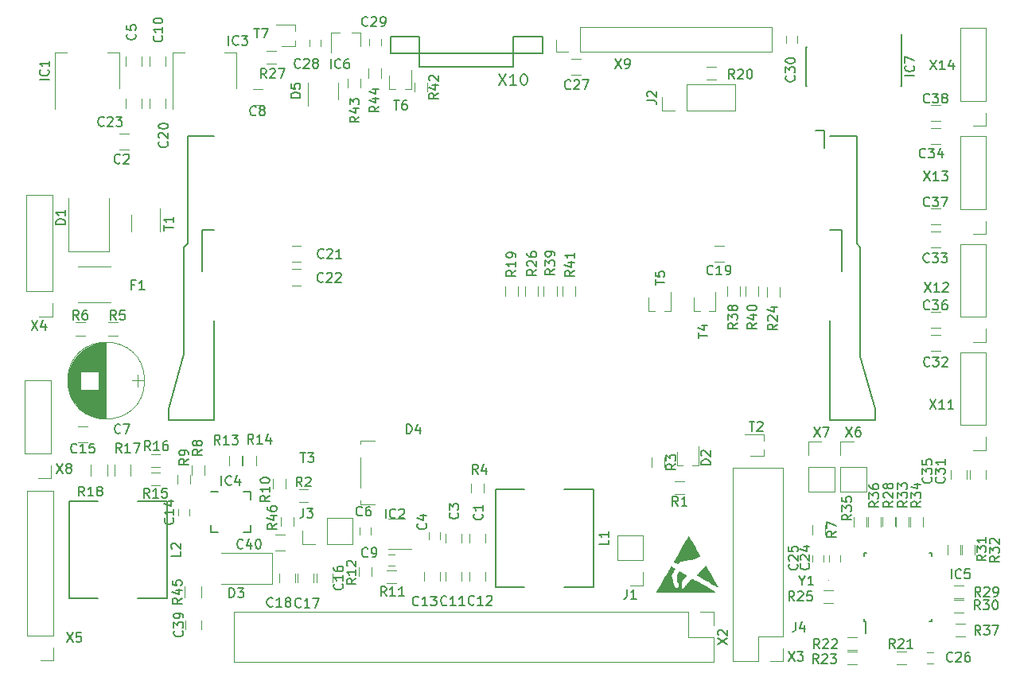
<source format=gto>
G04 #@! TF.FileFunction,Legend,Top*
%FSLAX46Y46*%
G04 Gerber Fmt 4.6, Leading zero omitted, Abs format (unit mm)*
G04 Created by KiCad (PCBNEW 4.0.6) date 05/08/17 11:25:49*
%MOMM*%
%LPD*%
G01*
G04 APERTURE LIST*
%ADD10C,0.100000*%
%ADD11C,0.150000*%
%ADD12C,0.120000*%
%ADD13C,0.010000*%
G04 APERTURE END LIST*
D10*
D11*
X166135000Y-42323000D02*
X156135000Y-42323000D01*
X166135000Y-40873000D02*
X156135000Y-40873000D01*
X166135000Y-40873000D02*
X166135000Y-39058000D01*
X156135000Y-40873000D02*
X156135000Y-39058000D01*
X166135000Y-39058000D02*
X169225000Y-39058000D01*
X156135000Y-39058000D02*
X153045000Y-39058000D01*
X169225000Y-39058000D02*
X169225000Y-40848000D01*
X153045000Y-39058000D02*
X153045000Y-40848000D01*
X169225000Y-40848000D02*
X166135000Y-40848000D01*
X153045000Y-40848000D02*
X156135000Y-40848000D01*
X166135000Y-40848000D02*
X166135000Y-42323000D01*
X156135000Y-40848000D02*
X156135000Y-42323000D01*
D12*
X163156000Y-92956000D02*
X163156000Y-91956000D01*
X161456000Y-91956000D02*
X161456000Y-92956000D01*
X124188600Y-51116600D02*
X125188600Y-51116600D01*
X125188600Y-49416600D02*
X124188600Y-49416600D01*
X160616000Y-92956000D02*
X160616000Y-91956000D01*
X158916000Y-91956000D02*
X158916000Y-92956000D01*
X157134000Y-92552000D02*
X157134000Y-91852000D01*
X158334000Y-91852000D02*
X158334000Y-92552000D01*
X124897200Y-41188000D02*
X124897200Y-42188000D01*
X126597200Y-42188000D02*
X126597200Y-41188000D01*
X150968000Y-91344000D02*
X150968000Y-92044000D01*
X149768000Y-92044000D02*
X149768000Y-91344000D01*
X126870000Y-75680000D02*
G75*
G03X126870000Y-75680000I-4090000J0D01*
G01*
X122780000Y-79730000D02*
X122780000Y-71630000D01*
X122740000Y-79730000D02*
X122740000Y-71630000D01*
X122700000Y-79730000D02*
X122700000Y-71630000D01*
X122660000Y-79729000D02*
X122660000Y-71631000D01*
X122620000Y-79727000D02*
X122620000Y-71633000D01*
X122580000Y-79726000D02*
X122580000Y-71634000D01*
X122540000Y-79723000D02*
X122540000Y-71637000D01*
X122500000Y-79721000D02*
X122500000Y-71639000D01*
X122460000Y-79718000D02*
X122460000Y-71642000D01*
X122420000Y-79715000D02*
X122420000Y-71645000D01*
X122380000Y-79711000D02*
X122380000Y-71649000D01*
X122340000Y-79707000D02*
X122340000Y-71653000D01*
X122300000Y-79702000D02*
X122300000Y-71658000D01*
X122260000Y-79697000D02*
X122260000Y-71663000D01*
X122220000Y-79692000D02*
X122220000Y-71668000D01*
X122180000Y-79686000D02*
X122180000Y-71674000D01*
X122140000Y-79680000D02*
X122140000Y-71680000D01*
X122100000Y-79674000D02*
X122100000Y-71686000D01*
X122059000Y-79667000D02*
X122059000Y-71693000D01*
X122019000Y-79659000D02*
X122019000Y-71701000D01*
X121979000Y-79651000D02*
X121979000Y-76660000D01*
X121979000Y-74700000D02*
X121979000Y-71709000D01*
X121939000Y-79643000D02*
X121939000Y-76660000D01*
X121939000Y-74700000D02*
X121939000Y-71717000D01*
X121899000Y-79635000D02*
X121899000Y-76660000D01*
X121899000Y-74700000D02*
X121899000Y-71725000D01*
X121859000Y-79626000D02*
X121859000Y-76660000D01*
X121859000Y-74700000D02*
X121859000Y-71734000D01*
X121819000Y-79616000D02*
X121819000Y-76660000D01*
X121819000Y-74700000D02*
X121819000Y-71744000D01*
X121779000Y-79606000D02*
X121779000Y-76660000D01*
X121779000Y-74700000D02*
X121779000Y-71754000D01*
X121739000Y-79596000D02*
X121739000Y-76660000D01*
X121739000Y-74700000D02*
X121739000Y-71764000D01*
X121699000Y-79585000D02*
X121699000Y-76660000D01*
X121699000Y-74700000D02*
X121699000Y-71775000D01*
X121659000Y-79574000D02*
X121659000Y-76660000D01*
X121659000Y-74700000D02*
X121659000Y-71786000D01*
X121619000Y-79563000D02*
X121619000Y-76660000D01*
X121619000Y-74700000D02*
X121619000Y-71797000D01*
X121579000Y-79550000D02*
X121579000Y-76660000D01*
X121579000Y-74700000D02*
X121579000Y-71810000D01*
X121539000Y-79538000D02*
X121539000Y-76660000D01*
X121539000Y-74700000D02*
X121539000Y-71822000D01*
X121499000Y-79525000D02*
X121499000Y-76660000D01*
X121499000Y-74700000D02*
X121499000Y-71835000D01*
X121459000Y-79512000D02*
X121459000Y-76660000D01*
X121459000Y-74700000D02*
X121459000Y-71848000D01*
X121419000Y-79498000D02*
X121419000Y-76660000D01*
X121419000Y-74700000D02*
X121419000Y-71862000D01*
X121379000Y-79483000D02*
X121379000Y-76660000D01*
X121379000Y-74700000D02*
X121379000Y-71877000D01*
X121339000Y-79469000D02*
X121339000Y-76660000D01*
X121339000Y-74700000D02*
X121339000Y-71891000D01*
X121299000Y-79453000D02*
X121299000Y-76660000D01*
X121299000Y-74700000D02*
X121299000Y-71907000D01*
X121259000Y-79438000D02*
X121259000Y-76660000D01*
X121259000Y-74700000D02*
X121259000Y-71922000D01*
X121219000Y-79421000D02*
X121219000Y-76660000D01*
X121219000Y-74700000D02*
X121219000Y-71939000D01*
X121179000Y-79405000D02*
X121179000Y-76660000D01*
X121179000Y-74700000D02*
X121179000Y-71955000D01*
X121139000Y-79387000D02*
X121139000Y-76660000D01*
X121139000Y-74700000D02*
X121139000Y-71973000D01*
X121099000Y-79370000D02*
X121099000Y-76660000D01*
X121099000Y-74700000D02*
X121099000Y-71990000D01*
X121059000Y-79351000D02*
X121059000Y-76660000D01*
X121059000Y-74700000D02*
X121059000Y-72009000D01*
X121019000Y-79332000D02*
X121019000Y-76660000D01*
X121019000Y-74700000D02*
X121019000Y-72028000D01*
X120979000Y-79313000D02*
X120979000Y-76660000D01*
X120979000Y-74700000D02*
X120979000Y-72047000D01*
X120939000Y-79293000D02*
X120939000Y-76660000D01*
X120939000Y-74700000D02*
X120939000Y-72067000D01*
X120899000Y-79273000D02*
X120899000Y-76660000D01*
X120899000Y-74700000D02*
X120899000Y-72087000D01*
X120859000Y-79252000D02*
X120859000Y-76660000D01*
X120859000Y-74700000D02*
X120859000Y-72108000D01*
X120819000Y-79230000D02*
X120819000Y-76660000D01*
X120819000Y-74700000D02*
X120819000Y-72130000D01*
X120779000Y-79208000D02*
X120779000Y-76660000D01*
X120779000Y-74700000D02*
X120779000Y-72152000D01*
X120739000Y-79185000D02*
X120739000Y-76660000D01*
X120739000Y-74700000D02*
X120739000Y-72175000D01*
X120699000Y-79162000D02*
X120699000Y-76660000D01*
X120699000Y-74700000D02*
X120699000Y-72198000D01*
X120659000Y-79138000D02*
X120659000Y-76660000D01*
X120659000Y-74700000D02*
X120659000Y-72222000D01*
X120619000Y-79114000D02*
X120619000Y-76660000D01*
X120619000Y-74700000D02*
X120619000Y-72246000D01*
X120579000Y-79088000D02*
X120579000Y-76660000D01*
X120579000Y-74700000D02*
X120579000Y-72272000D01*
X120539000Y-79063000D02*
X120539000Y-76660000D01*
X120539000Y-74700000D02*
X120539000Y-72297000D01*
X120499000Y-79036000D02*
X120499000Y-76660000D01*
X120499000Y-74700000D02*
X120499000Y-72324000D01*
X120459000Y-79009000D02*
X120459000Y-76660000D01*
X120459000Y-74700000D02*
X120459000Y-72351000D01*
X120419000Y-78981000D02*
X120419000Y-76660000D01*
X120419000Y-74700000D02*
X120419000Y-72379000D01*
X120379000Y-78952000D02*
X120379000Y-76660000D01*
X120379000Y-74700000D02*
X120379000Y-72408000D01*
X120339000Y-78923000D02*
X120339000Y-76660000D01*
X120339000Y-74700000D02*
X120339000Y-72437000D01*
X120299000Y-78893000D02*
X120299000Y-76660000D01*
X120299000Y-74700000D02*
X120299000Y-72467000D01*
X120259000Y-78862000D02*
X120259000Y-76660000D01*
X120259000Y-74700000D02*
X120259000Y-72498000D01*
X120219000Y-78830000D02*
X120219000Y-76660000D01*
X120219000Y-74700000D02*
X120219000Y-72530000D01*
X120179000Y-78798000D02*
X120179000Y-76660000D01*
X120179000Y-74700000D02*
X120179000Y-72562000D01*
X120139000Y-78764000D02*
X120139000Y-76660000D01*
X120139000Y-74700000D02*
X120139000Y-72596000D01*
X120099000Y-78730000D02*
X120099000Y-76660000D01*
X120099000Y-74700000D02*
X120099000Y-72630000D01*
X120059000Y-78695000D02*
X120059000Y-76660000D01*
X120059000Y-74700000D02*
X120059000Y-72665000D01*
X120019000Y-78659000D02*
X120019000Y-72701000D01*
X119979000Y-78622000D02*
X119979000Y-72738000D01*
X119939000Y-78584000D02*
X119939000Y-72776000D01*
X119899000Y-78545000D02*
X119899000Y-72815000D01*
X119859000Y-78504000D02*
X119859000Y-72856000D01*
X119819000Y-78463000D02*
X119819000Y-72897000D01*
X119779000Y-78420000D02*
X119779000Y-72940000D01*
X119739000Y-78377000D02*
X119739000Y-72983000D01*
X119699000Y-78332000D02*
X119699000Y-73028000D01*
X119659000Y-78285000D02*
X119659000Y-73075000D01*
X119619000Y-78237000D02*
X119619000Y-73123000D01*
X119579000Y-78188000D02*
X119579000Y-73172000D01*
X119539000Y-78137000D02*
X119539000Y-73223000D01*
X119499000Y-78084000D02*
X119499000Y-73276000D01*
X119459000Y-78029000D02*
X119459000Y-73331000D01*
X119419000Y-77973000D02*
X119419000Y-73387000D01*
X119379000Y-77914000D02*
X119379000Y-73446000D01*
X119339000Y-77853000D02*
X119339000Y-73507000D01*
X119299000Y-77789000D02*
X119299000Y-73571000D01*
X119259000Y-77723000D02*
X119259000Y-73637000D01*
X119219000Y-77654000D02*
X119219000Y-73706000D01*
X119179000Y-77582000D02*
X119179000Y-73778000D01*
X119139000Y-77506000D02*
X119139000Y-73854000D01*
X119099000Y-77425000D02*
X119099000Y-73935000D01*
X119059000Y-77340000D02*
X119059000Y-74020000D01*
X119019000Y-77250000D02*
X119019000Y-74110000D01*
X118979000Y-77153000D02*
X118979000Y-74207000D01*
X118939000Y-77049000D02*
X118939000Y-74311000D01*
X118899000Y-76934000D02*
X118899000Y-74426000D01*
X118859000Y-76807000D02*
X118859000Y-74553000D01*
X118819000Y-76663000D02*
X118819000Y-74697000D01*
X118779000Y-76494000D02*
X118779000Y-74866000D01*
X118739000Y-76278000D02*
X118739000Y-75082000D01*
X118699000Y-75926000D02*
X118699000Y-75434000D01*
X126730000Y-75680000D02*
X125530000Y-75680000D01*
X126130000Y-76330000D02*
X126130000Y-75030000D01*
X138387200Y-46366800D02*
X139387200Y-46366800D01*
X139387200Y-44666800D02*
X138387200Y-44666800D01*
X153512000Y-95367400D02*
X152812000Y-95367400D01*
X152812000Y-94167400D02*
X153512000Y-94167400D01*
X127397200Y-41188000D02*
X127397200Y-42188000D01*
X129097200Y-42188000D02*
X129097200Y-41188000D01*
X158916000Y-96020000D02*
X158916000Y-97020000D01*
X160616000Y-97020000D02*
X160616000Y-96020000D01*
X161456000Y-96020000D02*
X161456000Y-97020000D01*
X163156000Y-97020000D02*
X163156000Y-96020000D01*
X156630000Y-96020000D02*
X156630000Y-97020000D01*
X158330000Y-97020000D02*
X158330000Y-96020000D01*
X130430000Y-90030000D02*
X130430000Y-89330000D01*
X131630000Y-89330000D02*
X131630000Y-90030000D01*
X119780000Y-82280000D02*
X120780000Y-82280000D01*
X120780000Y-80580000D02*
X119780000Y-80580000D01*
X146880000Y-97180000D02*
X146880000Y-96180000D01*
X145180000Y-96180000D02*
X145180000Y-97180000D01*
X144880000Y-97180000D02*
X144880000Y-96180000D01*
X143180000Y-96180000D02*
X143180000Y-97180000D01*
X142880000Y-97180000D02*
X142880000Y-96180000D01*
X141180000Y-96180000D02*
X141180000Y-97180000D01*
X187530000Y-63030000D02*
X188530000Y-63030000D01*
X188530000Y-61330000D02*
X187530000Y-61330000D01*
X129097200Y-46688000D02*
X129097200Y-45688000D01*
X127397200Y-45688000D02*
X127397200Y-46688000D01*
X143530000Y-61330000D02*
X142530000Y-61330000D01*
X142530000Y-63030000D02*
X143530000Y-63030000D01*
X143530000Y-63830000D02*
X142530000Y-63830000D01*
X142530000Y-65530000D02*
X143530000Y-65530000D01*
X126597200Y-46688000D02*
X126597200Y-45688000D01*
X124897200Y-45688000D02*
X124897200Y-46688000D01*
X199679000Y-94965000D02*
X199679000Y-94265000D01*
X200879000Y-94265000D02*
X200879000Y-94965000D01*
X197901000Y-94965000D02*
X197901000Y-94265000D01*
X199101000Y-94265000D02*
X199101000Y-94965000D01*
X210789000Y-105756000D02*
X210089000Y-105756000D01*
X210089000Y-104556000D02*
X210789000Y-104556000D01*
X173270800Y-41466400D02*
X172270800Y-41466400D01*
X172270800Y-43166400D02*
X173270800Y-43166400D01*
X144408600Y-40075600D02*
X144408600Y-39375600D01*
X145608600Y-39375600D02*
X145608600Y-40075600D01*
X152009400Y-39286000D02*
X152009400Y-39986000D01*
X150809400Y-39986000D02*
X150809400Y-39286000D01*
X195107000Y-39720000D02*
X195107000Y-39020000D01*
X196307000Y-39020000D02*
X196307000Y-39720000D01*
X214680000Y-85180000D02*
X214680000Y-86180000D01*
X216380000Y-86180000D02*
X216380000Y-85180000D01*
X211530000Y-70830000D02*
X210530000Y-70830000D01*
X210530000Y-72530000D02*
X211530000Y-72530000D01*
X211530000Y-59830000D02*
X210530000Y-59830000D01*
X210530000Y-61530000D02*
X211530000Y-61530000D01*
X211530000Y-48830000D02*
X210530000Y-48830000D01*
X210530000Y-50530000D02*
X211530000Y-50530000D01*
X212680000Y-85180000D02*
X212680000Y-86180000D01*
X214380000Y-86180000D02*
X214380000Y-85180000D01*
X211530000Y-68330000D02*
X210530000Y-68330000D01*
X210530000Y-70030000D02*
X211530000Y-70030000D01*
X211530000Y-57330000D02*
X210530000Y-57330000D01*
X210530000Y-59030000D02*
X211530000Y-59030000D01*
X211530000Y-46330000D02*
X210530000Y-46330000D01*
X210530000Y-48030000D02*
X211530000Y-48030000D01*
X118804800Y-61919200D02*
X123104800Y-61919200D01*
X123104800Y-61919200D02*
X123104800Y-56219200D01*
X118804800Y-61919200D02*
X118804800Y-56219200D01*
X184158000Y-84677000D02*
X183498000Y-84677000D01*
X185818000Y-84677000D02*
X185158000Y-84677000D01*
X185818000Y-84677000D02*
X185818000Y-82647000D01*
X183498000Y-83267000D02*
X183498000Y-84677000D01*
X140430000Y-97330000D02*
X140430000Y-94030000D01*
X140430000Y-94030000D02*
X135030000Y-94030000D01*
X140430000Y-97330000D02*
X135030000Y-97330000D01*
X149880000Y-82390000D02*
X149880000Y-82040000D01*
X149880000Y-82040000D02*
X151380000Y-82040000D01*
X149880000Y-87040000D02*
X149880000Y-83840000D01*
X151380000Y-88840000D02*
X149880000Y-88840000D01*
X149880000Y-88840000D02*
X149880000Y-88440000D01*
X147499800Y-45741200D02*
X147499800Y-43941200D01*
X144279800Y-43941200D02*
X144279800Y-46391200D01*
X123218200Y-63550400D02*
X119758200Y-63550400D01*
X123218200Y-67310400D02*
X119758200Y-67310400D01*
X124157200Y-40778000D02*
X122897200Y-40778000D01*
X117337200Y-40778000D02*
X118597200Y-40778000D01*
X124157200Y-44538000D02*
X124157200Y-40778000D01*
X117337200Y-46788000D02*
X117337200Y-40778000D01*
X154570000Y-90338000D02*
X152770000Y-90338000D01*
X152770000Y-93558000D02*
X155220000Y-93558000D01*
X136657200Y-40778000D02*
X135397200Y-40778000D01*
X129837200Y-40778000D02*
X131097200Y-40778000D01*
X136657200Y-44538000D02*
X136657200Y-40778000D01*
X129837200Y-46788000D02*
X129837200Y-40778000D01*
D11*
X138180000Y-87530000D02*
X138180000Y-88305000D01*
X133880000Y-91830000D02*
X133880000Y-91055000D01*
X138180000Y-91830000D02*
X138180000Y-91055000D01*
X133880000Y-87530000D02*
X134655000Y-87530000D01*
X133880000Y-91830000D02*
X134655000Y-91830000D01*
X138180000Y-91830000D02*
X137405000Y-91830000D01*
X138180000Y-87530000D02*
X137405000Y-87530000D01*
X203405000Y-101305000D02*
X203630000Y-101305000D01*
X203405000Y-94055000D02*
X203705000Y-94055000D01*
X210655000Y-94055000D02*
X210355000Y-94055000D01*
X210655000Y-101305000D02*
X210355000Y-101305000D01*
X203405000Y-101305000D02*
X203405000Y-101005000D01*
X210655000Y-101305000D02*
X210655000Y-101005000D01*
X210655000Y-94055000D02*
X210655000Y-94355000D01*
X203405000Y-94055000D02*
X203405000Y-94355000D01*
X203630000Y-101305000D02*
X203630000Y-102530000D01*
D12*
X149839800Y-38635400D02*
X148909800Y-38635400D01*
X146679800Y-38635400D02*
X147609800Y-38635400D01*
X146679800Y-38635400D02*
X146679800Y-40795400D01*
X149839800Y-38635400D02*
X149839800Y-40095400D01*
D11*
X207411400Y-40165200D02*
X207386400Y-40165200D01*
X207411400Y-44315200D02*
X207306400Y-44315200D01*
X197261400Y-44315200D02*
X197366400Y-44315200D01*
X197261400Y-40165200D02*
X197366400Y-40165200D01*
X207411400Y-40165200D02*
X207411400Y-44315200D01*
X197261400Y-40165200D02*
X197261400Y-44315200D01*
X207386400Y-40165200D02*
X207386400Y-38790200D01*
D12*
X179926600Y-94792800D02*
X179926600Y-92132800D01*
X179926600Y-92132800D02*
X177146600Y-92132800D01*
X177146600Y-92132800D02*
X177146600Y-94792800D01*
X177146600Y-94792800D02*
X179926600Y-94792800D01*
X179926600Y-96062800D02*
X179926600Y-97452800D01*
X179926600Y-97452800D02*
X178536600Y-97452800D01*
X184556400Y-46932200D02*
X189756400Y-46932200D01*
X189756400Y-46932200D02*
X189756400Y-44152200D01*
X189756400Y-44152200D02*
X184556400Y-44152200D01*
X184556400Y-44152200D02*
X184556400Y-46932200D01*
X183286400Y-46932200D02*
X181896400Y-46932200D01*
X181896400Y-46932200D02*
X181896400Y-45542200D01*
X146300000Y-93070000D02*
X148960000Y-93070000D01*
X148960000Y-93070000D02*
X148960000Y-90290000D01*
X148960000Y-90290000D02*
X146300000Y-90290000D01*
X146300000Y-90290000D02*
X146300000Y-93070000D01*
X145030000Y-93070000D02*
X143640000Y-93070000D01*
X143640000Y-93070000D02*
X143640000Y-91680000D01*
D11*
X174618000Y-97656000D02*
X171518000Y-97656000D01*
X174618000Y-87256000D02*
X171518000Y-87256000D01*
X164218000Y-97656000D02*
X167318000Y-97656000D01*
X164218000Y-87256000D02*
X167318000Y-87256000D01*
X174618000Y-87256000D02*
X174618000Y-97656000D01*
X164218000Y-87256000D02*
X164218000Y-97656000D01*
X118830000Y-88480000D02*
X121930000Y-88480000D01*
X118830000Y-98880000D02*
X121930000Y-98880000D01*
X129230000Y-88480000D02*
X126130000Y-88480000D01*
X129230000Y-98880000D02*
X126130000Y-98880000D01*
X118830000Y-98880000D02*
X118830000Y-88480000D01*
X129230000Y-98880000D02*
X129230000Y-88480000D01*
D12*
X183294400Y-86416600D02*
X184294400Y-86416600D01*
X184294400Y-87776600D02*
X183294400Y-87776600D01*
X144280000Y-88610000D02*
X143280000Y-88610000D01*
X143280000Y-87250000D02*
X144280000Y-87250000D01*
X180803000Y-84878800D02*
X180803000Y-83878800D01*
X182163000Y-83878800D02*
X182163000Y-84878800D01*
X161626000Y-87622000D02*
X161626000Y-86622000D01*
X162986000Y-86622000D02*
X162986000Y-87622000D01*
X124030000Y-70860000D02*
X123030000Y-70860000D01*
X123030000Y-69500000D02*
X124030000Y-69500000D01*
X120530000Y-70860000D02*
X119530000Y-70860000D01*
X119530000Y-69500000D02*
X120530000Y-69500000D01*
X197897200Y-92041600D02*
X197897200Y-91041600D01*
X199257200Y-91041600D02*
X199257200Y-92041600D01*
X133210000Y-84680000D02*
X133210000Y-85680000D01*
X131850000Y-85680000D02*
X131850000Y-84680000D01*
X131710000Y-85680000D02*
X131710000Y-86680000D01*
X130350000Y-86680000D02*
X130350000Y-85680000D01*
X141878600Y-86164800D02*
X141878600Y-87164800D01*
X140518600Y-87164800D02*
X140518600Y-86164800D01*
X153662000Y-97200000D02*
X152662000Y-97200000D01*
X152662000Y-95840000D02*
X153662000Y-95840000D01*
X149688000Y-96512000D02*
X149688000Y-95512000D01*
X151048000Y-95512000D02*
X151048000Y-96512000D01*
X135850000Y-84680000D02*
X135850000Y-83680000D01*
X137210000Y-83680000D02*
X137210000Y-84680000D01*
X137350000Y-84680000D02*
X137350000Y-83680000D01*
X138710000Y-83680000D02*
X138710000Y-84680000D01*
X128530000Y-86860000D02*
X127530000Y-86860000D01*
X127530000Y-85500000D02*
X128530000Y-85500000D01*
X128530000Y-84860000D02*
X127530000Y-84860000D01*
X127530000Y-83500000D02*
X128530000Y-83500000D01*
X123650000Y-85780000D02*
X123650000Y-84580000D01*
X125410000Y-84580000D02*
X125410000Y-85780000D01*
X121150000Y-85780000D02*
X121150000Y-84580000D01*
X122910000Y-84580000D02*
X122910000Y-85780000D01*
X165283600Y-66679000D02*
X165283600Y-65679000D01*
X166643600Y-65679000D02*
X166643600Y-66679000D01*
X186647200Y-42246000D02*
X187647200Y-42246000D01*
X187647200Y-43606000D02*
X186647200Y-43606000D01*
X206903000Y-104476000D02*
X207903000Y-104476000D01*
X207903000Y-105836000D02*
X206903000Y-105836000D01*
X201684000Y-103000000D02*
X202684000Y-103000000D01*
X202684000Y-104360000D02*
X201684000Y-104360000D01*
X201684000Y-104500000D02*
X202684000Y-104500000D01*
X202684000Y-105860000D02*
X201684000Y-105860000D01*
X193122000Y-66717800D02*
X193122000Y-65717800D01*
X194482000Y-65717800D02*
X194482000Y-66717800D01*
X200144000Y-99360000D02*
X199144000Y-99360000D01*
X199144000Y-98000000D02*
X200144000Y-98000000D01*
X168726400Y-65692400D02*
X168726400Y-66692400D01*
X167366400Y-66692400D02*
X167366400Y-65692400D01*
X140835000Y-41980400D02*
X139835000Y-41980400D01*
X139835000Y-40620400D02*
X140835000Y-40620400D01*
X206699400Y-90178000D02*
X206699400Y-91178000D01*
X205339400Y-91178000D02*
X205339400Y-90178000D01*
X213030000Y-97500000D02*
X214030000Y-97500000D01*
X214030000Y-98860000D02*
X213030000Y-98860000D01*
X213030000Y-99000000D02*
X214030000Y-99000000D01*
X214030000Y-100360000D02*
X213030000Y-100360000D01*
X212350000Y-94180000D02*
X212350000Y-93180000D01*
X213710000Y-93180000D02*
X213710000Y-94180000D01*
X213850000Y-94180000D02*
X213850000Y-93180000D01*
X215210000Y-93180000D02*
X215210000Y-94180000D01*
X206850000Y-91180000D02*
X206850000Y-90180000D01*
X208210000Y-90180000D02*
X208210000Y-91180000D01*
X208350000Y-91180000D02*
X208350000Y-90180000D01*
X209710000Y-90180000D02*
X209710000Y-91180000D01*
X202350000Y-91180000D02*
X202350000Y-90180000D01*
X203710000Y-90180000D02*
X203710000Y-91180000D01*
X203850000Y-91180000D02*
X203850000Y-90180000D01*
X205210000Y-90180000D02*
X205210000Y-91180000D01*
X214178200Y-102915000D02*
X213178200Y-102915000D01*
X213178200Y-101555000D02*
X214178200Y-101555000D01*
X188850000Y-66680000D02*
X188850000Y-65680000D01*
X190210000Y-65680000D02*
X190210000Y-66680000D01*
X169350000Y-66680000D02*
X169350000Y-65680000D01*
X170710000Y-65680000D02*
X170710000Y-66680000D01*
X190850000Y-66680000D02*
X190850000Y-65680000D01*
X192210000Y-65680000D02*
X192210000Y-66680000D01*
X171350000Y-66680000D02*
X171350000Y-65680000D01*
X172710000Y-65680000D02*
X172710000Y-66680000D01*
X155555400Y-44936600D02*
X155555400Y-43936600D01*
X156915400Y-43936600D02*
X156915400Y-44936600D01*
X148468800Y-44518200D02*
X148468800Y-43518200D01*
X149828800Y-43518200D02*
X149828800Y-44518200D01*
X150704000Y-43451400D02*
X150704000Y-42451400D01*
X152064000Y-42451400D02*
X152064000Y-43451400D01*
X125440000Y-58048000D02*
X125440000Y-59808000D01*
X128510000Y-59808000D02*
X128510000Y-57378000D01*
X192754000Y-83050000D02*
X192754000Y-83710000D01*
X192754000Y-81390000D02*
X192754000Y-82050000D01*
X192754000Y-81390000D02*
X190724000Y-81390000D01*
X191344000Y-83710000D02*
X192754000Y-83710000D01*
X185961400Y-68243200D02*
X185301400Y-68243200D01*
X187621400Y-68243200D02*
X186961400Y-68243200D01*
X187621400Y-68243200D02*
X187621400Y-66213200D01*
X185301400Y-66833200D02*
X185301400Y-68243200D01*
X181186200Y-68268600D02*
X180526200Y-68268600D01*
X182846200Y-68268600D02*
X182186200Y-68268600D01*
X182846200Y-68268600D02*
X182846200Y-66238600D01*
X180526200Y-66858600D02*
X180526200Y-68268600D01*
X153561400Y-44656000D02*
X152901400Y-44656000D01*
X155221400Y-44656000D02*
X154561400Y-44656000D01*
X155221400Y-44656000D02*
X155221400Y-42626000D01*
X152901400Y-43246000D02*
X152901400Y-44656000D01*
X142868400Y-39463600D02*
X142868400Y-40123600D01*
X142868400Y-37803600D02*
X142868400Y-38463600D01*
X142868400Y-37803600D02*
X140838400Y-37803600D01*
X141458400Y-40123600D02*
X142868400Y-40123600D01*
X184760000Y-100290000D02*
X136380000Y-100290000D01*
X136380000Y-100290000D02*
X136380000Y-105610000D01*
X136380000Y-105610000D02*
X187420000Y-105610000D01*
X187420000Y-105610000D02*
X187420000Y-102950000D01*
X187420000Y-102950000D02*
X184760000Y-102950000D01*
X184760000Y-102950000D02*
X184760000Y-100290000D01*
X186030000Y-100290000D02*
X187420000Y-100290000D01*
X187420000Y-100290000D02*
X187420000Y-101680000D01*
X194811000Y-102870000D02*
X194811000Y-84970000D01*
X194811000Y-84970000D02*
X189491000Y-84970000D01*
X189491000Y-84970000D02*
X189491000Y-105530000D01*
X189491000Y-105530000D02*
X192151000Y-105530000D01*
X192151000Y-105530000D02*
X192151000Y-102870000D01*
X192151000Y-102870000D02*
X194811000Y-102870000D01*
X194811000Y-104140000D02*
X194811000Y-105530000D01*
X194811000Y-105530000D02*
X193421000Y-105530000D01*
X117036200Y-66167000D02*
X117036200Y-55887000D01*
X117036200Y-55887000D02*
X114256200Y-55887000D01*
X114256200Y-55887000D02*
X114256200Y-66167000D01*
X114256200Y-66167000D02*
X117036200Y-66167000D01*
X117036200Y-67437000D02*
X117036200Y-68827000D01*
X117036200Y-68827000D02*
X115646200Y-68827000D01*
X117170000Y-102780000D02*
X117170000Y-87420000D01*
X117170000Y-87420000D02*
X114390000Y-87420000D01*
X114390000Y-87420000D02*
X114390000Y-102780000D01*
X114390000Y-102780000D02*
X117170000Y-102780000D01*
X117170000Y-104050000D02*
X117170000Y-105440000D01*
X117170000Y-105440000D02*
X115780000Y-105440000D01*
X200921000Y-84836000D02*
X200921000Y-87496000D01*
X200921000Y-87496000D02*
X203701000Y-87496000D01*
X203701000Y-87496000D02*
X203701000Y-84836000D01*
X203701000Y-84836000D02*
X200921000Y-84836000D01*
X200921000Y-83566000D02*
X200921000Y-82176000D01*
X200921000Y-82176000D02*
X202311000Y-82176000D01*
X197492000Y-84836000D02*
X197492000Y-87496000D01*
X197492000Y-87496000D02*
X200272000Y-87496000D01*
X200272000Y-87496000D02*
X200272000Y-84836000D01*
X200272000Y-84836000D02*
X197492000Y-84836000D01*
X197492000Y-83566000D02*
X197492000Y-82176000D01*
X197492000Y-82176000D02*
X198882000Y-82176000D01*
X116920000Y-83410000D02*
X116920000Y-75670000D01*
X116920000Y-75670000D02*
X114140000Y-75670000D01*
X114140000Y-75670000D02*
X114140000Y-83410000D01*
X114140000Y-83410000D02*
X116920000Y-83410000D01*
X116920000Y-84680000D02*
X116920000Y-86070000D01*
X116920000Y-86070000D02*
X115530000Y-86070000D01*
X173228000Y-40700000D02*
X193608000Y-40700000D01*
X193608000Y-40700000D02*
X193608000Y-38040000D01*
X193608000Y-38040000D02*
X173228000Y-38040000D01*
X173228000Y-38040000D02*
X173228000Y-40700000D01*
X171958000Y-40700000D02*
X170628000Y-40700000D01*
X170628000Y-40700000D02*
X170628000Y-39370000D01*
X216420000Y-80410000D02*
X216420000Y-72670000D01*
X216420000Y-72670000D02*
X213640000Y-72670000D01*
X213640000Y-72670000D02*
X213640000Y-80410000D01*
X213640000Y-80410000D02*
X216420000Y-80410000D01*
X216420000Y-81680000D02*
X216420000Y-83070000D01*
X216420000Y-83070000D02*
X215030000Y-83070000D01*
X216420000Y-68910000D02*
X216420000Y-61170000D01*
X216420000Y-61170000D02*
X213640000Y-61170000D01*
X213640000Y-61170000D02*
X213640000Y-68910000D01*
X213640000Y-68910000D02*
X216420000Y-68910000D01*
X216420000Y-70180000D02*
X216420000Y-71570000D01*
X216420000Y-71570000D02*
X215030000Y-71570000D01*
X216420000Y-57410000D02*
X216420000Y-49670000D01*
X216420000Y-49670000D02*
X213640000Y-49670000D01*
X213640000Y-49670000D02*
X213640000Y-57410000D01*
X213640000Y-57410000D02*
X216420000Y-57410000D01*
X216420000Y-58680000D02*
X216420000Y-60070000D01*
X216420000Y-60070000D02*
X215030000Y-60070000D01*
X216420000Y-45910000D02*
X216420000Y-38170000D01*
X216420000Y-38170000D02*
X213640000Y-38170000D01*
X213640000Y-38170000D02*
X213640000Y-45910000D01*
X213640000Y-45910000D02*
X216420000Y-45910000D01*
X216420000Y-47180000D02*
X216420000Y-48570000D01*
X216420000Y-48570000D02*
X215030000Y-48570000D01*
D10*
X199644000Y-96901000D02*
G75*
G03X199644000Y-96901000I0J0D01*
G01*
X199644000Y-96901000D02*
G75*
G02X199644000Y-96901000I0J0D01*
G01*
D12*
X131180000Y-101180000D02*
X131180000Y-102180000D01*
X132880000Y-102180000D02*
X132880000Y-101180000D01*
X132910000Y-97580000D02*
X132910000Y-98780000D01*
X131150000Y-98780000D02*
X131150000Y-97580000D01*
X140780000Y-93780000D02*
X141780000Y-93780000D01*
X141780000Y-92080000D02*
X140780000Y-92080000D01*
X141331400Y-91178000D02*
X141331400Y-90178000D01*
X142691400Y-90178000D02*
X142691400Y-91178000D01*
D13*
G36*
X182903894Y-95490358D02*
X182936419Y-95502936D01*
X182985993Y-95527912D01*
X183057174Y-95567076D01*
X183062716Y-95570188D01*
X183128274Y-95607676D01*
X183183598Y-95640519D01*
X183223255Y-95665405D01*
X183241812Y-95679020D01*
X183242331Y-95679687D01*
X183237848Y-95698590D01*
X183217286Y-95740805D01*
X183181983Y-95804032D01*
X183133280Y-95885972D01*
X183072518Y-95984322D01*
X183001036Y-96096785D01*
X182983245Y-96124365D01*
X182936893Y-96200899D01*
X182903142Y-96266756D01*
X182884953Y-96315982D01*
X182883086Y-96325707D01*
X182883915Y-96368512D01*
X182893194Y-96436409D01*
X182909768Y-96525043D01*
X182932480Y-96630059D01*
X182960173Y-96747102D01*
X182991690Y-96871816D01*
X183025875Y-96999845D01*
X183061571Y-97126834D01*
X183097621Y-97248428D01*
X183132868Y-97360272D01*
X183166156Y-97458010D01*
X183196328Y-97537287D01*
X183217361Y-97584322D01*
X183242137Y-97634425D01*
X183265530Y-97682368D01*
X183266797Y-97684993D01*
X183305499Y-97733420D01*
X183361984Y-97766028D01*
X183427739Y-97781654D01*
X183494251Y-97779137D01*
X183553005Y-97757314D01*
X183586058Y-97728582D01*
X183633659Y-97649783D01*
X183668539Y-97551578D01*
X183687677Y-97443979D01*
X183690388Y-97382980D01*
X183679470Y-97269135D01*
X183647424Y-97174860D01*
X183592526Y-97095579D01*
X183575407Y-97077933D01*
X183524461Y-97028435D01*
X183520963Y-96678562D01*
X183517464Y-96328689D01*
X183606618Y-96193731D01*
X183648454Y-96132645D01*
X183688745Y-96077693D01*
X183721743Y-96036536D01*
X183735926Y-96021392D01*
X183776081Y-95984010D01*
X183830465Y-96013298D01*
X183864839Y-96034284D01*
X183883646Y-96050578D01*
X183884849Y-96053507D01*
X183897703Y-96065928D01*
X183919696Y-96075177D01*
X183940950Y-96083513D01*
X183973494Y-96099349D01*
X184020122Y-96124233D01*
X184083629Y-96159709D01*
X184166808Y-96207323D01*
X184272453Y-96268622D01*
X184329862Y-96302132D01*
X184397394Y-96342271D01*
X184441685Y-96370859D01*
X184466655Y-96391239D01*
X184476223Y-96406753D01*
X184474308Y-96420746D01*
X184472711Y-96423996D01*
X184457176Y-96444466D01*
X184423936Y-96482865D01*
X184376862Y-96534896D01*
X184319828Y-96596266D01*
X184270500Y-96648290D01*
X184156830Y-96771767D01*
X184067905Y-96878791D01*
X184002934Y-96970440D01*
X183961121Y-97047788D01*
X183947017Y-97087066D01*
X183941192Y-97121449D01*
X183935175Y-97180099D01*
X183929496Y-97256317D01*
X183924684Y-97343402D01*
X183922419Y-97398468D01*
X183919259Y-97493664D01*
X183917869Y-97563262D01*
X183918658Y-97612609D01*
X183922035Y-97647054D01*
X183928408Y-97671943D01*
X183938187Y-97692625D01*
X183945867Y-97705253D01*
X183990221Y-97753926D01*
X184047374Y-97787845D01*
X184107508Y-97802638D01*
X184152573Y-97797286D01*
X184193376Y-97774130D01*
X184244524Y-97732662D01*
X184298842Y-97680112D01*
X184349157Y-97623716D01*
X184388294Y-97570705D01*
X184402705Y-97545089D01*
X184424291Y-97510014D01*
X184463553Y-97456589D01*
X184516902Y-97388989D01*
X184580752Y-97311390D01*
X184651515Y-97227968D01*
X184725604Y-97142898D01*
X184799432Y-97060355D01*
X184869411Y-96984516D01*
X184931955Y-96919556D01*
X184981060Y-96871869D01*
X185035579Y-96824232D01*
X185081442Y-96789108D01*
X185113611Y-96770149D01*
X185124289Y-96768064D01*
X185140653Y-96776474D01*
X185181471Y-96799046D01*
X185244386Y-96834424D01*
X185327044Y-96881254D01*
X185427089Y-96938181D01*
X185542166Y-97003849D01*
X185669919Y-97076903D01*
X185807994Y-97155988D01*
X185954034Y-97239748D01*
X186105684Y-97326829D01*
X186260590Y-97415876D01*
X186416395Y-97505532D01*
X186570744Y-97594443D01*
X186721282Y-97681254D01*
X186865654Y-97764609D01*
X187001504Y-97843154D01*
X187126477Y-97915533D01*
X187238217Y-97980390D01*
X187334370Y-98036371D01*
X187412579Y-98082120D01*
X187470489Y-98116283D01*
X187505746Y-98137504D01*
X187515965Y-98144163D01*
X187502202Y-98145480D01*
X187458904Y-98146759D01*
X187387514Y-98147996D01*
X187289473Y-98149183D01*
X187166222Y-98150315D01*
X187019203Y-98151386D01*
X186849857Y-98152389D01*
X186659626Y-98153319D01*
X186449951Y-98154168D01*
X186222273Y-98154932D01*
X185978035Y-98155603D01*
X185718677Y-98156176D01*
X185445641Y-98156644D01*
X185160368Y-98157002D01*
X184864300Y-98157242D01*
X184558879Y-98157359D01*
X184430724Y-98157371D01*
X181330770Y-98157371D01*
X181551853Y-97774047D01*
X181598656Y-97692880D01*
X181658902Y-97588366D01*
X181730578Y-97464001D01*
X181811669Y-97323282D01*
X181900162Y-97169703D01*
X181994040Y-97006762D01*
X182091291Y-96837954D01*
X182189900Y-96666775D01*
X182287853Y-96496721D01*
X182312625Y-96453712D01*
X182402952Y-96297057D01*
X182489089Y-96148003D01*
X182569742Y-96008768D01*
X182643616Y-95881571D01*
X182709417Y-95768632D01*
X182765850Y-95672168D01*
X182811621Y-95594400D01*
X182845435Y-95537546D01*
X182865998Y-95503825D01*
X182871753Y-95495240D01*
X182883858Y-95488389D01*
X182903894Y-95490358D01*
X182903894Y-95490358D01*
G37*
X182903894Y-95490358D02*
X182936419Y-95502936D01*
X182985993Y-95527912D01*
X183057174Y-95567076D01*
X183062716Y-95570188D01*
X183128274Y-95607676D01*
X183183598Y-95640519D01*
X183223255Y-95665405D01*
X183241812Y-95679020D01*
X183242331Y-95679687D01*
X183237848Y-95698590D01*
X183217286Y-95740805D01*
X183181983Y-95804032D01*
X183133280Y-95885972D01*
X183072518Y-95984322D01*
X183001036Y-96096785D01*
X182983245Y-96124365D01*
X182936893Y-96200899D01*
X182903142Y-96266756D01*
X182884953Y-96315982D01*
X182883086Y-96325707D01*
X182883915Y-96368512D01*
X182893194Y-96436409D01*
X182909768Y-96525043D01*
X182932480Y-96630059D01*
X182960173Y-96747102D01*
X182991690Y-96871816D01*
X183025875Y-96999845D01*
X183061571Y-97126834D01*
X183097621Y-97248428D01*
X183132868Y-97360272D01*
X183166156Y-97458010D01*
X183196328Y-97537287D01*
X183217361Y-97584322D01*
X183242137Y-97634425D01*
X183265530Y-97682368D01*
X183266797Y-97684993D01*
X183305499Y-97733420D01*
X183361984Y-97766028D01*
X183427739Y-97781654D01*
X183494251Y-97779137D01*
X183553005Y-97757314D01*
X183586058Y-97728582D01*
X183633659Y-97649783D01*
X183668539Y-97551578D01*
X183687677Y-97443979D01*
X183690388Y-97382980D01*
X183679470Y-97269135D01*
X183647424Y-97174860D01*
X183592526Y-97095579D01*
X183575407Y-97077933D01*
X183524461Y-97028435D01*
X183520963Y-96678562D01*
X183517464Y-96328689D01*
X183606618Y-96193731D01*
X183648454Y-96132645D01*
X183688745Y-96077693D01*
X183721743Y-96036536D01*
X183735926Y-96021392D01*
X183776081Y-95984010D01*
X183830465Y-96013298D01*
X183864839Y-96034284D01*
X183883646Y-96050578D01*
X183884849Y-96053507D01*
X183897703Y-96065928D01*
X183919696Y-96075177D01*
X183940950Y-96083513D01*
X183973494Y-96099349D01*
X184020122Y-96124233D01*
X184083629Y-96159709D01*
X184166808Y-96207323D01*
X184272453Y-96268622D01*
X184329862Y-96302132D01*
X184397394Y-96342271D01*
X184441685Y-96370859D01*
X184466655Y-96391239D01*
X184476223Y-96406753D01*
X184474308Y-96420746D01*
X184472711Y-96423996D01*
X184457176Y-96444466D01*
X184423936Y-96482865D01*
X184376862Y-96534896D01*
X184319828Y-96596266D01*
X184270500Y-96648290D01*
X184156830Y-96771767D01*
X184067905Y-96878791D01*
X184002934Y-96970440D01*
X183961121Y-97047788D01*
X183947017Y-97087066D01*
X183941192Y-97121449D01*
X183935175Y-97180099D01*
X183929496Y-97256317D01*
X183924684Y-97343402D01*
X183922419Y-97398468D01*
X183919259Y-97493664D01*
X183917869Y-97563262D01*
X183918658Y-97612609D01*
X183922035Y-97647054D01*
X183928408Y-97671943D01*
X183938187Y-97692625D01*
X183945867Y-97705253D01*
X183990221Y-97753926D01*
X184047374Y-97787845D01*
X184107508Y-97802638D01*
X184152573Y-97797286D01*
X184193376Y-97774130D01*
X184244524Y-97732662D01*
X184298842Y-97680112D01*
X184349157Y-97623716D01*
X184388294Y-97570705D01*
X184402705Y-97545089D01*
X184424291Y-97510014D01*
X184463553Y-97456589D01*
X184516902Y-97388989D01*
X184580752Y-97311390D01*
X184651515Y-97227968D01*
X184725604Y-97142898D01*
X184799432Y-97060355D01*
X184869411Y-96984516D01*
X184931955Y-96919556D01*
X184981060Y-96871869D01*
X185035579Y-96824232D01*
X185081442Y-96789108D01*
X185113611Y-96770149D01*
X185124289Y-96768064D01*
X185140653Y-96776474D01*
X185181471Y-96799046D01*
X185244386Y-96834424D01*
X185327044Y-96881254D01*
X185427089Y-96938181D01*
X185542166Y-97003849D01*
X185669919Y-97076903D01*
X185807994Y-97155988D01*
X185954034Y-97239748D01*
X186105684Y-97326829D01*
X186260590Y-97415876D01*
X186416395Y-97505532D01*
X186570744Y-97594443D01*
X186721282Y-97681254D01*
X186865654Y-97764609D01*
X187001504Y-97843154D01*
X187126477Y-97915533D01*
X187238217Y-97980390D01*
X187334370Y-98036371D01*
X187412579Y-98082120D01*
X187470489Y-98116283D01*
X187505746Y-98137504D01*
X187515965Y-98144163D01*
X187502202Y-98145480D01*
X187458904Y-98146759D01*
X187387514Y-98147996D01*
X187289473Y-98149183D01*
X187166222Y-98150315D01*
X187019203Y-98151386D01*
X186849857Y-98152389D01*
X186659626Y-98153319D01*
X186449951Y-98154168D01*
X186222273Y-98154932D01*
X185978035Y-98155603D01*
X185718677Y-98156176D01*
X185445641Y-98156644D01*
X185160368Y-98157002D01*
X184864300Y-98157242D01*
X184558879Y-98157359D01*
X184430724Y-98157371D01*
X181330770Y-98157371D01*
X181551853Y-97774047D01*
X181598656Y-97692880D01*
X181658902Y-97588366D01*
X181730578Y-97464001D01*
X181811669Y-97323282D01*
X181900162Y-97169703D01*
X181994040Y-97006762D01*
X182091291Y-96837954D01*
X182189900Y-96666775D01*
X182287853Y-96496721D01*
X182312625Y-96453712D01*
X182402952Y-96297057D01*
X182489089Y-96148003D01*
X182569742Y-96008768D01*
X182643616Y-95881571D01*
X182709417Y-95768632D01*
X182765850Y-95672168D01*
X182811621Y-95594400D01*
X182845435Y-95537546D01*
X182865998Y-95503825D01*
X182871753Y-95495240D01*
X182883858Y-95488389D01*
X182903894Y-95490358D01*
G36*
X186569328Y-95433819D02*
X186580708Y-95452893D01*
X186606288Y-95496621D01*
X186644802Y-95562819D01*
X186694986Y-95649302D01*
X186755575Y-95753885D01*
X186825303Y-95874383D01*
X186902907Y-96008612D01*
X186987120Y-96154387D01*
X187076679Y-96309523D01*
X187168798Y-96469200D01*
X187262876Y-96632317D01*
X187353202Y-96788909D01*
X187438465Y-96936706D01*
X187517357Y-97073440D01*
X187588569Y-97196842D01*
X187650791Y-97304644D01*
X187702713Y-97394577D01*
X187743028Y-97464373D01*
X187770424Y-97511764D01*
X187783307Y-97533986D01*
X187804307Y-97571530D01*
X187815725Y-97595031D01*
X187816351Y-97599120D01*
X187802436Y-97591442D01*
X187763741Y-97569403D01*
X187702287Y-97534171D01*
X187620098Y-97486911D01*
X187519196Y-97428789D01*
X187401605Y-97360971D01*
X187269346Y-97284624D01*
X187124442Y-97200914D01*
X186968917Y-97111006D01*
X186804792Y-97016067D01*
X186742349Y-96979932D01*
X186575287Y-96883283D01*
X186415874Y-96791138D01*
X186266155Y-96704675D01*
X186128176Y-96625071D01*
X186003985Y-96553505D01*
X185895627Y-96491155D01*
X185805148Y-96439198D01*
X185734596Y-96398813D01*
X185686015Y-96371178D01*
X185661454Y-96357472D01*
X185658885Y-96356174D01*
X185666369Y-96344420D01*
X185692414Y-96312995D01*
X185734359Y-96264794D01*
X185789546Y-96202710D01*
X185855317Y-96129639D01*
X185929012Y-96048476D01*
X186007973Y-95962116D01*
X186089540Y-95873453D01*
X186171054Y-95785382D01*
X186249857Y-95700799D01*
X186323290Y-95622597D01*
X186388693Y-95553672D01*
X186443408Y-95496919D01*
X186484777Y-95455232D01*
X186498964Y-95441563D01*
X186545980Y-95397401D01*
X186569328Y-95433819D01*
X186569328Y-95433819D01*
G37*
X186569328Y-95433819D02*
X186580708Y-95452893D01*
X186606288Y-95496621D01*
X186644802Y-95562819D01*
X186694986Y-95649302D01*
X186755575Y-95753885D01*
X186825303Y-95874383D01*
X186902907Y-96008612D01*
X186987120Y-96154387D01*
X187076679Y-96309523D01*
X187168798Y-96469200D01*
X187262876Y-96632317D01*
X187353202Y-96788909D01*
X187438465Y-96936706D01*
X187517357Y-97073440D01*
X187588569Y-97196842D01*
X187650791Y-97304644D01*
X187702713Y-97394577D01*
X187743028Y-97464373D01*
X187770424Y-97511764D01*
X187783307Y-97533986D01*
X187804307Y-97571530D01*
X187815725Y-97595031D01*
X187816351Y-97599120D01*
X187802436Y-97591442D01*
X187763741Y-97569403D01*
X187702287Y-97534171D01*
X187620098Y-97486911D01*
X187519196Y-97428789D01*
X187401605Y-97360971D01*
X187269346Y-97284624D01*
X187124442Y-97200914D01*
X186968917Y-97111006D01*
X186804792Y-97016067D01*
X186742349Y-96979932D01*
X186575287Y-96883283D01*
X186415874Y-96791138D01*
X186266155Y-96704675D01*
X186128176Y-96625071D01*
X186003985Y-96553505D01*
X185895627Y-96491155D01*
X185805148Y-96439198D01*
X185734596Y-96398813D01*
X185686015Y-96371178D01*
X185661454Y-96357472D01*
X185658885Y-96356174D01*
X185666369Y-96344420D01*
X185692414Y-96312995D01*
X185734359Y-96264794D01*
X185789546Y-96202710D01*
X185855317Y-96129639D01*
X185929012Y-96048476D01*
X186007973Y-95962116D01*
X186089540Y-95873453D01*
X186171054Y-95785382D01*
X186249857Y-95700799D01*
X186323290Y-95622597D01*
X186388693Y-95553672D01*
X186443408Y-95496919D01*
X186484777Y-95455232D01*
X186498964Y-95441563D01*
X186545980Y-95397401D01*
X186569328Y-95433819D01*
G36*
X184745843Y-92285035D02*
X184768865Y-92322445D01*
X184804334Y-92381714D01*
X184850796Y-92460318D01*
X184906796Y-92555738D01*
X184970881Y-92665450D01*
X185041596Y-92786934D01*
X185117487Y-92917668D01*
X185197099Y-93055130D01*
X185278978Y-93196798D01*
X185361670Y-93340151D01*
X185443721Y-93482667D01*
X185523676Y-93621824D01*
X185600081Y-93755101D01*
X185671482Y-93879976D01*
X185736424Y-93993927D01*
X185793453Y-94094433D01*
X185841115Y-94178972D01*
X185877955Y-94245022D01*
X185902520Y-94290062D01*
X185913354Y-94311570D01*
X185913751Y-94312914D01*
X185900301Y-94331165D01*
X185862914Y-94359082D01*
X185806035Y-94393925D01*
X185734112Y-94432954D01*
X185658815Y-94470043D01*
X185556360Y-94515017D01*
X185448617Y-94555426D01*
X185331873Y-94592169D01*
X185202418Y-94626142D01*
X185056540Y-94658244D01*
X184890526Y-94689373D01*
X184700666Y-94720427D01*
X184504269Y-94749345D01*
X184333634Y-94775000D01*
X184190345Y-94800398D01*
X184070808Y-94826802D01*
X183971430Y-94855473D01*
X183888618Y-94887673D01*
X183818778Y-94924665D01*
X183758318Y-94967712D01*
X183703645Y-95018075D01*
X183686014Y-95036783D01*
X183647800Y-95080339D01*
X183619532Y-95115882D01*
X183606418Y-95136783D01*
X183606068Y-95138497D01*
X183601480Y-95149006D01*
X183585558Y-95149124D01*
X183555066Y-95137454D01*
X183506768Y-95112596D01*
X183437427Y-95073152D01*
X183389239Y-95044787D01*
X183317383Y-95000447D01*
X183261542Y-94962479D01*
X183225467Y-94933616D01*
X183212913Y-94916588D01*
X183212921Y-94916464D01*
X183220706Y-94900237D01*
X183242692Y-94859600D01*
X183277603Y-94796767D01*
X183324163Y-94713952D01*
X183381095Y-94613372D01*
X183447123Y-94497240D01*
X183520972Y-94367771D01*
X183601364Y-94227180D01*
X183687024Y-94077682D01*
X183776676Y-93921492D01*
X183869043Y-93760824D01*
X183962849Y-93597893D01*
X184056818Y-93434913D01*
X184149674Y-93274100D01*
X184240140Y-93117668D01*
X184326941Y-92967833D01*
X184408800Y-92826808D01*
X184484441Y-92696809D01*
X184552587Y-92580049D01*
X184611963Y-92478745D01*
X184661293Y-92395111D01*
X184699300Y-92331362D01*
X184724707Y-92289711D01*
X184736240Y-92272375D01*
X184736723Y-92272005D01*
X184745843Y-92285035D01*
X184745843Y-92285035D01*
G37*
X184745843Y-92285035D02*
X184768865Y-92322445D01*
X184804334Y-92381714D01*
X184850796Y-92460318D01*
X184906796Y-92555738D01*
X184970881Y-92665450D01*
X185041596Y-92786934D01*
X185117487Y-92917668D01*
X185197099Y-93055130D01*
X185278978Y-93196798D01*
X185361670Y-93340151D01*
X185443721Y-93482667D01*
X185523676Y-93621824D01*
X185600081Y-93755101D01*
X185671482Y-93879976D01*
X185736424Y-93993927D01*
X185793453Y-94094433D01*
X185841115Y-94178972D01*
X185877955Y-94245022D01*
X185902520Y-94290062D01*
X185913354Y-94311570D01*
X185913751Y-94312914D01*
X185900301Y-94331165D01*
X185862914Y-94359082D01*
X185806035Y-94393925D01*
X185734112Y-94432954D01*
X185658815Y-94470043D01*
X185556360Y-94515017D01*
X185448617Y-94555426D01*
X185331873Y-94592169D01*
X185202418Y-94626142D01*
X185056540Y-94658244D01*
X184890526Y-94689373D01*
X184700666Y-94720427D01*
X184504269Y-94749345D01*
X184333634Y-94775000D01*
X184190345Y-94800398D01*
X184070808Y-94826802D01*
X183971430Y-94855473D01*
X183888618Y-94887673D01*
X183818778Y-94924665D01*
X183758318Y-94967712D01*
X183703645Y-95018075D01*
X183686014Y-95036783D01*
X183647800Y-95080339D01*
X183619532Y-95115882D01*
X183606418Y-95136783D01*
X183606068Y-95138497D01*
X183601480Y-95149006D01*
X183585558Y-95149124D01*
X183555066Y-95137454D01*
X183506768Y-95112596D01*
X183437427Y-95073152D01*
X183389239Y-95044787D01*
X183317383Y-95000447D01*
X183261542Y-94962479D01*
X183225467Y-94933616D01*
X183212913Y-94916588D01*
X183212921Y-94916464D01*
X183220706Y-94900237D01*
X183242692Y-94859600D01*
X183277603Y-94796767D01*
X183324163Y-94713952D01*
X183381095Y-94613372D01*
X183447123Y-94497240D01*
X183520972Y-94367771D01*
X183601364Y-94227180D01*
X183687024Y-94077682D01*
X183776676Y-93921492D01*
X183869043Y-93760824D01*
X183962849Y-93597893D01*
X184056818Y-93434913D01*
X184149674Y-93274100D01*
X184240140Y-93117668D01*
X184326941Y-92967833D01*
X184408800Y-92826808D01*
X184484441Y-92696809D01*
X184552587Y-92580049D01*
X184611963Y-92478745D01*
X184661293Y-92395111D01*
X184699300Y-92331362D01*
X184724707Y-92289711D01*
X184736240Y-92272375D01*
X184736723Y-92272005D01*
X184745843Y-92285035D01*
D11*
X133030000Y-64080000D02*
X133030000Y-59680000D01*
X133030000Y-59680000D02*
X134230000Y-59680000D01*
X134230000Y-69280000D02*
X134230000Y-79880000D01*
X199830000Y-69280000D02*
X199830000Y-79880000D01*
X199830000Y-59680000D02*
X201030000Y-59680000D01*
X201030000Y-59680000D02*
X201030000Y-64080000D01*
X134230000Y-49680000D02*
X131430000Y-49680000D01*
X131430000Y-49680000D02*
X131430000Y-61080000D01*
X131430000Y-61080000D02*
X131030000Y-61480000D01*
X131030000Y-61480000D02*
X131030000Y-72880000D01*
X131030000Y-72880000D02*
X129430000Y-78680000D01*
X129430000Y-78680000D02*
X129430000Y-79880000D01*
X129430000Y-79880000D02*
X134230000Y-79880000D01*
X199830000Y-49680000D02*
X202630000Y-49680000D01*
X202630000Y-49680000D02*
X202630000Y-61080000D01*
X202630000Y-61080000D02*
X203030000Y-61480000D01*
X203030000Y-61480000D02*
X203030000Y-73080000D01*
X203030000Y-73080000D02*
X204630000Y-78680000D01*
X204630000Y-78680000D02*
X204630000Y-79880000D01*
X204630000Y-79880000D02*
X199830000Y-79880000D01*
X198230000Y-49080000D02*
X199230000Y-49080000D01*
X199230000Y-49080000D02*
X199230000Y-50880000D01*
X164547744Y-43030857D02*
X165347744Y-44230857D01*
X165347744Y-43030857D02*
X164547744Y-44230857D01*
X166433458Y-44230857D02*
X165747743Y-44230857D01*
X166090601Y-44230857D02*
X166090601Y-43030857D01*
X165976315Y-43202286D01*
X165862029Y-43316571D01*
X165747743Y-43373714D01*
X167176315Y-43030857D02*
X167290600Y-43030857D01*
X167404886Y-43088000D01*
X167462029Y-43145143D01*
X167519172Y-43259429D01*
X167576315Y-43488000D01*
X167576315Y-43773714D01*
X167519172Y-44002286D01*
X167462029Y-44116571D01*
X167404886Y-44173714D01*
X167290600Y-44230857D01*
X167176315Y-44230857D01*
X167062029Y-44173714D01*
X167004886Y-44116571D01*
X166947743Y-44002286D01*
X166890600Y-43773714D01*
X166890600Y-43488000D01*
X166947743Y-43259429D01*
X167004886Y-43145143D01*
X167062029Y-43088000D01*
X167176315Y-43030857D01*
X162764743Y-89879466D02*
X162812362Y-89927085D01*
X162859981Y-90069942D01*
X162859981Y-90165180D01*
X162812362Y-90308038D01*
X162717124Y-90403276D01*
X162621886Y-90450895D01*
X162431410Y-90498514D01*
X162288552Y-90498514D01*
X162098076Y-90450895D01*
X162002838Y-90403276D01*
X161907600Y-90308038D01*
X161859981Y-90165180D01*
X161859981Y-90069942D01*
X161907600Y-89927085D01*
X161955219Y-89879466D01*
X162859981Y-88927085D02*
X162859981Y-89498514D01*
X162859981Y-89212800D02*
X161859981Y-89212800D01*
X162002838Y-89308038D01*
X162098076Y-89403276D01*
X162145695Y-89498514D01*
X124267934Y-52477943D02*
X124220315Y-52525562D01*
X124077458Y-52573181D01*
X123982220Y-52573181D01*
X123839362Y-52525562D01*
X123744124Y-52430324D01*
X123696505Y-52335086D01*
X123648886Y-52144610D01*
X123648886Y-52001752D01*
X123696505Y-51811276D01*
X123744124Y-51716038D01*
X123839362Y-51620800D01*
X123982220Y-51573181D01*
X124077458Y-51573181D01*
X124220315Y-51620800D01*
X124267934Y-51668419D01*
X124648886Y-51668419D02*
X124696505Y-51620800D01*
X124791743Y-51573181D01*
X125029839Y-51573181D01*
X125125077Y-51620800D01*
X125172696Y-51668419D01*
X125220315Y-51763657D01*
X125220315Y-51858895D01*
X125172696Y-52001752D01*
X124601267Y-52573181D01*
X125220315Y-52573181D01*
X160199343Y-89752466D02*
X160246962Y-89800085D01*
X160294581Y-89942942D01*
X160294581Y-90038180D01*
X160246962Y-90181038D01*
X160151724Y-90276276D01*
X160056486Y-90323895D01*
X159866010Y-90371514D01*
X159723152Y-90371514D01*
X159532676Y-90323895D01*
X159437438Y-90276276D01*
X159342200Y-90181038D01*
X159294581Y-90038180D01*
X159294581Y-89942942D01*
X159342200Y-89800085D01*
X159389819Y-89752466D01*
X159294581Y-89419133D02*
X159294581Y-88800085D01*
X159675533Y-89133419D01*
X159675533Y-88990561D01*
X159723152Y-88895323D01*
X159770771Y-88847704D01*
X159866010Y-88800085D01*
X160104105Y-88800085D01*
X160199343Y-88847704D01*
X160246962Y-88895323D01*
X160294581Y-88990561D01*
X160294581Y-89276276D01*
X160246962Y-89371514D01*
X160199343Y-89419133D01*
X156795743Y-90895466D02*
X156843362Y-90943085D01*
X156890981Y-91085942D01*
X156890981Y-91181180D01*
X156843362Y-91324038D01*
X156748124Y-91419276D01*
X156652886Y-91466895D01*
X156462410Y-91514514D01*
X156319552Y-91514514D01*
X156129076Y-91466895D01*
X156033838Y-91419276D01*
X155938600Y-91324038D01*
X155890981Y-91181180D01*
X155890981Y-91085942D01*
X155938600Y-90943085D01*
X155986219Y-90895466D01*
X156224314Y-90038323D02*
X156890981Y-90038323D01*
X155843362Y-90276419D02*
X156557648Y-90514514D01*
X156557648Y-89895466D01*
X125858543Y-38774666D02*
X125906162Y-38822285D01*
X125953781Y-38965142D01*
X125953781Y-39060380D01*
X125906162Y-39203238D01*
X125810924Y-39298476D01*
X125715686Y-39346095D01*
X125525210Y-39393714D01*
X125382352Y-39393714D01*
X125191876Y-39346095D01*
X125096638Y-39298476D01*
X125001400Y-39203238D01*
X124953781Y-39060380D01*
X124953781Y-38965142D01*
X125001400Y-38822285D01*
X125049019Y-38774666D01*
X124953781Y-37869904D02*
X124953781Y-38346095D01*
X125429971Y-38393714D01*
X125382352Y-38346095D01*
X125334733Y-38250857D01*
X125334733Y-38012761D01*
X125382352Y-37917523D01*
X125429971Y-37869904D01*
X125525210Y-37822285D01*
X125763305Y-37822285D01*
X125858543Y-37869904D01*
X125906162Y-37917523D01*
X125953781Y-38012761D01*
X125953781Y-38250857D01*
X125906162Y-38346095D01*
X125858543Y-38393714D01*
X150023534Y-89968343D02*
X149975915Y-90015962D01*
X149833058Y-90063581D01*
X149737820Y-90063581D01*
X149594962Y-90015962D01*
X149499724Y-89920724D01*
X149452105Y-89825486D01*
X149404486Y-89635010D01*
X149404486Y-89492152D01*
X149452105Y-89301676D01*
X149499724Y-89206438D01*
X149594962Y-89111200D01*
X149737820Y-89063581D01*
X149833058Y-89063581D01*
X149975915Y-89111200D01*
X150023534Y-89158819D01*
X150880677Y-89063581D02*
X150690200Y-89063581D01*
X150594962Y-89111200D01*
X150547343Y-89158819D01*
X150452105Y-89301676D01*
X150404486Y-89492152D01*
X150404486Y-89873105D01*
X150452105Y-89968343D01*
X150499724Y-90015962D01*
X150594962Y-90063581D01*
X150785439Y-90063581D01*
X150880677Y-90015962D01*
X150928296Y-89968343D01*
X150975915Y-89873105D01*
X150975915Y-89635010D01*
X150928296Y-89539771D01*
X150880677Y-89492152D01*
X150785439Y-89444533D01*
X150594962Y-89444533D01*
X150499724Y-89492152D01*
X150452105Y-89539771D01*
X150404486Y-89635010D01*
X124293334Y-81205343D02*
X124245715Y-81252962D01*
X124102858Y-81300581D01*
X124007620Y-81300581D01*
X123864762Y-81252962D01*
X123769524Y-81157724D01*
X123721905Y-81062486D01*
X123674286Y-80872010D01*
X123674286Y-80729152D01*
X123721905Y-80538676D01*
X123769524Y-80443438D01*
X123864762Y-80348200D01*
X124007620Y-80300581D01*
X124102858Y-80300581D01*
X124245715Y-80348200D01*
X124293334Y-80395819D01*
X124626667Y-80300581D02*
X125293334Y-80300581D01*
X124864762Y-81300581D01*
X138720534Y-47373943D02*
X138672915Y-47421562D01*
X138530058Y-47469181D01*
X138434820Y-47469181D01*
X138291962Y-47421562D01*
X138196724Y-47326324D01*
X138149105Y-47231086D01*
X138101486Y-47040610D01*
X138101486Y-46897752D01*
X138149105Y-46707276D01*
X138196724Y-46612038D01*
X138291962Y-46516800D01*
X138434820Y-46469181D01*
X138530058Y-46469181D01*
X138672915Y-46516800D01*
X138720534Y-46564419D01*
X139291962Y-46897752D02*
X139196724Y-46850133D01*
X139149105Y-46802514D01*
X139101486Y-46707276D01*
X139101486Y-46659657D01*
X139149105Y-46564419D01*
X139196724Y-46516800D01*
X139291962Y-46469181D01*
X139482439Y-46469181D01*
X139577677Y-46516800D01*
X139625296Y-46564419D01*
X139672915Y-46659657D01*
X139672915Y-46707276D01*
X139625296Y-46802514D01*
X139577677Y-46850133D01*
X139482439Y-46897752D01*
X139291962Y-46897752D01*
X139196724Y-46945371D01*
X139149105Y-46992990D01*
X139101486Y-47088229D01*
X139101486Y-47278705D01*
X139149105Y-47373943D01*
X139196724Y-47421562D01*
X139291962Y-47469181D01*
X139482439Y-47469181D01*
X139577677Y-47421562D01*
X139625296Y-47373943D01*
X139672915Y-47278705D01*
X139672915Y-47088229D01*
X139625296Y-46992990D01*
X139577677Y-46945371D01*
X139482439Y-46897752D01*
X150607734Y-94362543D02*
X150560115Y-94410162D01*
X150417258Y-94457781D01*
X150322020Y-94457781D01*
X150179162Y-94410162D01*
X150083924Y-94314924D01*
X150036305Y-94219686D01*
X149988686Y-94029210D01*
X149988686Y-93886352D01*
X150036305Y-93695876D01*
X150083924Y-93600638D01*
X150179162Y-93505400D01*
X150322020Y-93457781D01*
X150417258Y-93457781D01*
X150560115Y-93505400D01*
X150607734Y-93553019D01*
X151083924Y-94457781D02*
X151274400Y-94457781D01*
X151369639Y-94410162D01*
X151417258Y-94362543D01*
X151512496Y-94219686D01*
X151560115Y-94029210D01*
X151560115Y-93648257D01*
X151512496Y-93553019D01*
X151464877Y-93505400D01*
X151369639Y-93457781D01*
X151179162Y-93457781D01*
X151083924Y-93505400D01*
X151036305Y-93553019D01*
X150988686Y-93648257D01*
X150988686Y-93886352D01*
X151036305Y-93981590D01*
X151083924Y-94029210D01*
X151179162Y-94076829D01*
X151369639Y-94076829D01*
X151464877Y-94029210D01*
X151512496Y-93981590D01*
X151560115Y-93886352D01*
X128703343Y-38996857D02*
X128750962Y-39044476D01*
X128798581Y-39187333D01*
X128798581Y-39282571D01*
X128750962Y-39425429D01*
X128655724Y-39520667D01*
X128560486Y-39568286D01*
X128370010Y-39615905D01*
X128227152Y-39615905D01*
X128036676Y-39568286D01*
X127941438Y-39520667D01*
X127846200Y-39425429D01*
X127798581Y-39282571D01*
X127798581Y-39187333D01*
X127846200Y-39044476D01*
X127893819Y-38996857D01*
X128798581Y-38044476D02*
X128798581Y-38615905D01*
X128798581Y-38330191D02*
X127798581Y-38330191D01*
X127941438Y-38425429D01*
X128036676Y-38520667D01*
X128084295Y-38615905D01*
X127798581Y-37425429D02*
X127798581Y-37330190D01*
X127846200Y-37234952D01*
X127893819Y-37187333D01*
X127989057Y-37139714D01*
X128179533Y-37092095D01*
X128417629Y-37092095D01*
X128608105Y-37139714D01*
X128703343Y-37187333D01*
X128750962Y-37234952D01*
X128798581Y-37330190D01*
X128798581Y-37425429D01*
X128750962Y-37520667D01*
X128703343Y-37568286D01*
X128608105Y-37615905D01*
X128417629Y-37663524D01*
X128179533Y-37663524D01*
X127989057Y-37615905D01*
X127893819Y-37568286D01*
X127846200Y-37520667D01*
X127798581Y-37425429D01*
X159021543Y-99518743D02*
X158973924Y-99566362D01*
X158831067Y-99613981D01*
X158735829Y-99613981D01*
X158592971Y-99566362D01*
X158497733Y-99471124D01*
X158450114Y-99375886D01*
X158402495Y-99185410D01*
X158402495Y-99042552D01*
X158450114Y-98852076D01*
X158497733Y-98756838D01*
X158592971Y-98661600D01*
X158735829Y-98613981D01*
X158831067Y-98613981D01*
X158973924Y-98661600D01*
X159021543Y-98709219D01*
X159973924Y-99613981D02*
X159402495Y-99613981D01*
X159688209Y-99613981D02*
X159688209Y-98613981D01*
X159592971Y-98756838D01*
X159497733Y-98852076D01*
X159402495Y-98899695D01*
X160926305Y-99613981D02*
X160354876Y-99613981D01*
X160640590Y-99613981D02*
X160640590Y-98613981D01*
X160545352Y-98756838D01*
X160450114Y-98852076D01*
X160354876Y-98899695D01*
X161942543Y-99467943D02*
X161894924Y-99515562D01*
X161752067Y-99563181D01*
X161656829Y-99563181D01*
X161513971Y-99515562D01*
X161418733Y-99420324D01*
X161371114Y-99325086D01*
X161323495Y-99134610D01*
X161323495Y-98991752D01*
X161371114Y-98801276D01*
X161418733Y-98706038D01*
X161513971Y-98610800D01*
X161656829Y-98563181D01*
X161752067Y-98563181D01*
X161894924Y-98610800D01*
X161942543Y-98658419D01*
X162894924Y-99563181D02*
X162323495Y-99563181D01*
X162609209Y-99563181D02*
X162609209Y-98563181D01*
X162513971Y-98706038D01*
X162418733Y-98801276D01*
X162323495Y-98848895D01*
X163275876Y-98658419D02*
X163323495Y-98610800D01*
X163418733Y-98563181D01*
X163656829Y-98563181D01*
X163752067Y-98610800D01*
X163799686Y-98658419D01*
X163847305Y-98753657D01*
X163847305Y-98848895D01*
X163799686Y-98991752D01*
X163228257Y-99563181D01*
X163847305Y-99563181D01*
X156024343Y-99544143D02*
X155976724Y-99591762D01*
X155833867Y-99639381D01*
X155738629Y-99639381D01*
X155595771Y-99591762D01*
X155500533Y-99496524D01*
X155452914Y-99401286D01*
X155405295Y-99210810D01*
X155405295Y-99067952D01*
X155452914Y-98877476D01*
X155500533Y-98782238D01*
X155595771Y-98687000D01*
X155738629Y-98639381D01*
X155833867Y-98639381D01*
X155976724Y-98687000D01*
X156024343Y-98734619D01*
X156976724Y-99639381D02*
X156405295Y-99639381D01*
X156691009Y-99639381D02*
X156691009Y-98639381D01*
X156595771Y-98782238D01*
X156500533Y-98877476D01*
X156405295Y-98925095D01*
X157310057Y-98639381D02*
X157929105Y-98639381D01*
X157595771Y-99020333D01*
X157738629Y-99020333D01*
X157833867Y-99067952D01*
X157881486Y-99115571D01*
X157929105Y-99210810D01*
X157929105Y-99448905D01*
X157881486Y-99544143D01*
X157833867Y-99591762D01*
X157738629Y-99639381D01*
X157452914Y-99639381D01*
X157357676Y-99591762D01*
X157310057Y-99544143D01*
X129887143Y-90322857D02*
X129934762Y-90370476D01*
X129982381Y-90513333D01*
X129982381Y-90608571D01*
X129934762Y-90751429D01*
X129839524Y-90846667D01*
X129744286Y-90894286D01*
X129553810Y-90941905D01*
X129410952Y-90941905D01*
X129220476Y-90894286D01*
X129125238Y-90846667D01*
X129030000Y-90751429D01*
X128982381Y-90608571D01*
X128982381Y-90513333D01*
X129030000Y-90370476D01*
X129077619Y-90322857D01*
X129982381Y-89370476D02*
X129982381Y-89941905D01*
X129982381Y-89656191D02*
X128982381Y-89656191D01*
X129125238Y-89751429D01*
X129220476Y-89846667D01*
X129268095Y-89941905D01*
X129315714Y-88513333D02*
X129982381Y-88513333D01*
X128934762Y-88751429D02*
X129649048Y-88989524D01*
X129649048Y-88370476D01*
X119637143Y-83287143D02*
X119589524Y-83334762D01*
X119446667Y-83382381D01*
X119351429Y-83382381D01*
X119208571Y-83334762D01*
X119113333Y-83239524D01*
X119065714Y-83144286D01*
X119018095Y-82953810D01*
X119018095Y-82810952D01*
X119065714Y-82620476D01*
X119113333Y-82525238D01*
X119208571Y-82430000D01*
X119351429Y-82382381D01*
X119446667Y-82382381D01*
X119589524Y-82430000D01*
X119637143Y-82477619D01*
X120589524Y-83382381D02*
X120018095Y-83382381D01*
X120303809Y-83382381D02*
X120303809Y-82382381D01*
X120208571Y-82525238D01*
X120113333Y-82620476D01*
X120018095Y-82668095D01*
X121494286Y-82382381D02*
X121018095Y-82382381D01*
X120970476Y-82858571D01*
X121018095Y-82810952D01*
X121113333Y-82763333D01*
X121351429Y-82763333D01*
X121446667Y-82810952D01*
X121494286Y-82858571D01*
X121541905Y-82953810D01*
X121541905Y-83191905D01*
X121494286Y-83287143D01*
X121446667Y-83334762D01*
X121351429Y-83382381D01*
X121113333Y-83382381D01*
X121018095Y-83334762D01*
X120970476Y-83287143D01*
X147887143Y-97322857D02*
X147934762Y-97370476D01*
X147982381Y-97513333D01*
X147982381Y-97608571D01*
X147934762Y-97751429D01*
X147839524Y-97846667D01*
X147744286Y-97894286D01*
X147553810Y-97941905D01*
X147410952Y-97941905D01*
X147220476Y-97894286D01*
X147125238Y-97846667D01*
X147030000Y-97751429D01*
X146982381Y-97608571D01*
X146982381Y-97513333D01*
X147030000Y-97370476D01*
X147077619Y-97322857D01*
X147982381Y-96370476D02*
X147982381Y-96941905D01*
X147982381Y-96656191D02*
X146982381Y-96656191D01*
X147125238Y-96751429D01*
X147220476Y-96846667D01*
X147268095Y-96941905D01*
X146982381Y-95513333D02*
X146982381Y-95703810D01*
X147030000Y-95799048D01*
X147077619Y-95846667D01*
X147220476Y-95941905D01*
X147410952Y-95989524D01*
X147791905Y-95989524D01*
X147887143Y-95941905D01*
X147934762Y-95894286D01*
X147982381Y-95799048D01*
X147982381Y-95608571D01*
X147934762Y-95513333D01*
X147887143Y-95465714D01*
X147791905Y-95418095D01*
X147553810Y-95418095D01*
X147458571Y-95465714D01*
X147410952Y-95513333D01*
X147363333Y-95608571D01*
X147363333Y-95799048D01*
X147410952Y-95894286D01*
X147458571Y-95941905D01*
X147553810Y-95989524D01*
X143502143Y-99721943D02*
X143454524Y-99769562D01*
X143311667Y-99817181D01*
X143216429Y-99817181D01*
X143073571Y-99769562D01*
X142978333Y-99674324D01*
X142930714Y-99579086D01*
X142883095Y-99388610D01*
X142883095Y-99245752D01*
X142930714Y-99055276D01*
X142978333Y-98960038D01*
X143073571Y-98864800D01*
X143216429Y-98817181D01*
X143311667Y-98817181D01*
X143454524Y-98864800D01*
X143502143Y-98912419D01*
X144454524Y-99817181D02*
X143883095Y-99817181D01*
X144168809Y-99817181D02*
X144168809Y-98817181D01*
X144073571Y-98960038D01*
X143978333Y-99055276D01*
X143883095Y-99102895D01*
X144787857Y-98817181D02*
X145454524Y-98817181D01*
X145025952Y-99817181D01*
X140504943Y-99671143D02*
X140457324Y-99718762D01*
X140314467Y-99766381D01*
X140219229Y-99766381D01*
X140076371Y-99718762D01*
X139981133Y-99623524D01*
X139933514Y-99528286D01*
X139885895Y-99337810D01*
X139885895Y-99194952D01*
X139933514Y-99004476D01*
X139981133Y-98909238D01*
X140076371Y-98814000D01*
X140219229Y-98766381D01*
X140314467Y-98766381D01*
X140457324Y-98814000D01*
X140504943Y-98861619D01*
X141457324Y-99766381D02*
X140885895Y-99766381D01*
X141171609Y-99766381D02*
X141171609Y-98766381D01*
X141076371Y-98909238D01*
X140981133Y-99004476D01*
X140885895Y-99052095D01*
X142028752Y-99194952D02*
X141933514Y-99147333D01*
X141885895Y-99099714D01*
X141838276Y-99004476D01*
X141838276Y-98956857D01*
X141885895Y-98861619D01*
X141933514Y-98814000D01*
X142028752Y-98766381D01*
X142219229Y-98766381D01*
X142314467Y-98814000D01*
X142362086Y-98861619D01*
X142409705Y-98956857D01*
X142409705Y-99004476D01*
X142362086Y-99099714D01*
X142314467Y-99147333D01*
X142219229Y-99194952D01*
X142028752Y-99194952D01*
X141933514Y-99242571D01*
X141885895Y-99290190D01*
X141838276Y-99385429D01*
X141838276Y-99575905D01*
X141885895Y-99671143D01*
X141933514Y-99718762D01*
X142028752Y-99766381D01*
X142219229Y-99766381D01*
X142314467Y-99718762D01*
X142362086Y-99671143D01*
X142409705Y-99575905D01*
X142409705Y-99385429D01*
X142362086Y-99290190D01*
X142314467Y-99242571D01*
X142219229Y-99194952D01*
X187342543Y-64314343D02*
X187294924Y-64361962D01*
X187152067Y-64409581D01*
X187056829Y-64409581D01*
X186913971Y-64361962D01*
X186818733Y-64266724D01*
X186771114Y-64171486D01*
X186723495Y-63981010D01*
X186723495Y-63838152D01*
X186771114Y-63647676D01*
X186818733Y-63552438D01*
X186913971Y-63457200D01*
X187056829Y-63409581D01*
X187152067Y-63409581D01*
X187294924Y-63457200D01*
X187342543Y-63504819D01*
X188294924Y-64409581D02*
X187723495Y-64409581D01*
X188009209Y-64409581D02*
X188009209Y-63409581D01*
X187913971Y-63552438D01*
X187818733Y-63647676D01*
X187723495Y-63695295D01*
X188771114Y-64409581D02*
X188961590Y-64409581D01*
X189056829Y-64361962D01*
X189104448Y-64314343D01*
X189199686Y-64171486D01*
X189247305Y-63981010D01*
X189247305Y-63600057D01*
X189199686Y-63504819D01*
X189152067Y-63457200D01*
X189056829Y-63409581D01*
X188866352Y-63409581D01*
X188771114Y-63457200D01*
X188723495Y-63504819D01*
X188675876Y-63600057D01*
X188675876Y-63838152D01*
X188723495Y-63933390D01*
X188771114Y-63981010D01*
X188866352Y-64028629D01*
X189056829Y-64028629D01*
X189152067Y-63981010D01*
X189199686Y-63933390D01*
X189247305Y-63838152D01*
X129262143Y-50223657D02*
X129309762Y-50271276D01*
X129357381Y-50414133D01*
X129357381Y-50509371D01*
X129309762Y-50652229D01*
X129214524Y-50747467D01*
X129119286Y-50795086D01*
X128928810Y-50842705D01*
X128785952Y-50842705D01*
X128595476Y-50795086D01*
X128500238Y-50747467D01*
X128405000Y-50652229D01*
X128357381Y-50509371D01*
X128357381Y-50414133D01*
X128405000Y-50271276D01*
X128452619Y-50223657D01*
X128452619Y-49842705D02*
X128405000Y-49795086D01*
X128357381Y-49699848D01*
X128357381Y-49461752D01*
X128405000Y-49366514D01*
X128452619Y-49318895D01*
X128547857Y-49271276D01*
X128643095Y-49271276D01*
X128785952Y-49318895D01*
X129357381Y-49890324D01*
X129357381Y-49271276D01*
X128357381Y-48652229D02*
X128357381Y-48556990D01*
X128405000Y-48461752D01*
X128452619Y-48414133D01*
X128547857Y-48366514D01*
X128738333Y-48318895D01*
X128976429Y-48318895D01*
X129166905Y-48366514D01*
X129262143Y-48414133D01*
X129309762Y-48461752D01*
X129357381Y-48556990D01*
X129357381Y-48652229D01*
X129309762Y-48747467D01*
X129262143Y-48795086D01*
X129166905Y-48842705D01*
X128976429Y-48890324D01*
X128738333Y-48890324D01*
X128547857Y-48842705D01*
X128452619Y-48795086D01*
X128405000Y-48747467D01*
X128357381Y-48652229D01*
X145915143Y-62561743D02*
X145867524Y-62609362D01*
X145724667Y-62656981D01*
X145629429Y-62656981D01*
X145486571Y-62609362D01*
X145391333Y-62514124D01*
X145343714Y-62418886D01*
X145296095Y-62228410D01*
X145296095Y-62085552D01*
X145343714Y-61895076D01*
X145391333Y-61799838D01*
X145486571Y-61704600D01*
X145629429Y-61656981D01*
X145724667Y-61656981D01*
X145867524Y-61704600D01*
X145915143Y-61752219D01*
X146296095Y-61752219D02*
X146343714Y-61704600D01*
X146438952Y-61656981D01*
X146677048Y-61656981D01*
X146772286Y-61704600D01*
X146819905Y-61752219D01*
X146867524Y-61847457D01*
X146867524Y-61942695D01*
X146819905Y-62085552D01*
X146248476Y-62656981D01*
X146867524Y-62656981D01*
X147819905Y-62656981D02*
X147248476Y-62656981D01*
X147534190Y-62656981D02*
X147534190Y-61656981D01*
X147438952Y-61799838D01*
X147343714Y-61895076D01*
X147248476Y-61942695D01*
X145864343Y-65101743D02*
X145816724Y-65149362D01*
X145673867Y-65196981D01*
X145578629Y-65196981D01*
X145435771Y-65149362D01*
X145340533Y-65054124D01*
X145292914Y-64958886D01*
X145245295Y-64768410D01*
X145245295Y-64625552D01*
X145292914Y-64435076D01*
X145340533Y-64339838D01*
X145435771Y-64244600D01*
X145578629Y-64196981D01*
X145673867Y-64196981D01*
X145816724Y-64244600D01*
X145864343Y-64292219D01*
X146245295Y-64292219D02*
X146292914Y-64244600D01*
X146388152Y-64196981D01*
X146626248Y-64196981D01*
X146721486Y-64244600D01*
X146769105Y-64292219D01*
X146816724Y-64387457D01*
X146816724Y-64482695D01*
X146769105Y-64625552D01*
X146197676Y-65196981D01*
X146816724Y-65196981D01*
X147197676Y-64292219D02*
X147245295Y-64244600D01*
X147340533Y-64196981D01*
X147578629Y-64196981D01*
X147673867Y-64244600D01*
X147721486Y-64292219D01*
X147769105Y-64387457D01*
X147769105Y-64482695D01*
X147721486Y-64625552D01*
X147150057Y-65196981D01*
X147769105Y-65196981D01*
X122547143Y-48515543D02*
X122499524Y-48563162D01*
X122356667Y-48610781D01*
X122261429Y-48610781D01*
X122118571Y-48563162D01*
X122023333Y-48467924D01*
X121975714Y-48372686D01*
X121928095Y-48182210D01*
X121928095Y-48039352D01*
X121975714Y-47848876D01*
X122023333Y-47753638D01*
X122118571Y-47658400D01*
X122261429Y-47610781D01*
X122356667Y-47610781D01*
X122499524Y-47658400D01*
X122547143Y-47706019D01*
X122928095Y-47706019D02*
X122975714Y-47658400D01*
X123070952Y-47610781D01*
X123309048Y-47610781D01*
X123404286Y-47658400D01*
X123451905Y-47706019D01*
X123499524Y-47801257D01*
X123499524Y-47896495D01*
X123451905Y-48039352D01*
X122880476Y-48610781D01*
X123499524Y-48610781D01*
X123832857Y-47610781D02*
X124451905Y-47610781D01*
X124118571Y-47991733D01*
X124261429Y-47991733D01*
X124356667Y-48039352D01*
X124404286Y-48086971D01*
X124451905Y-48182210D01*
X124451905Y-48420305D01*
X124404286Y-48515543D01*
X124356667Y-48563162D01*
X124261429Y-48610781D01*
X123975714Y-48610781D01*
X123880476Y-48563162D01*
X123832857Y-48515543D01*
X197537343Y-95156257D02*
X197584962Y-95203876D01*
X197632581Y-95346733D01*
X197632581Y-95441971D01*
X197584962Y-95584829D01*
X197489724Y-95680067D01*
X197394486Y-95727686D01*
X197204010Y-95775305D01*
X197061152Y-95775305D01*
X196870676Y-95727686D01*
X196775438Y-95680067D01*
X196680200Y-95584829D01*
X196632581Y-95441971D01*
X196632581Y-95346733D01*
X196680200Y-95203876D01*
X196727819Y-95156257D01*
X196727819Y-94775305D02*
X196680200Y-94727686D01*
X196632581Y-94632448D01*
X196632581Y-94394352D01*
X196680200Y-94299114D01*
X196727819Y-94251495D01*
X196823057Y-94203876D01*
X196918295Y-94203876D01*
X197061152Y-94251495D01*
X197632581Y-94822924D01*
X197632581Y-94203876D01*
X196965914Y-93346733D02*
X197632581Y-93346733D01*
X196584962Y-93584829D02*
X197299248Y-93822924D01*
X197299248Y-93203876D01*
X196292743Y-95207057D02*
X196340362Y-95254676D01*
X196387981Y-95397533D01*
X196387981Y-95492771D01*
X196340362Y-95635629D01*
X196245124Y-95730867D01*
X196149886Y-95778486D01*
X195959410Y-95826105D01*
X195816552Y-95826105D01*
X195626076Y-95778486D01*
X195530838Y-95730867D01*
X195435600Y-95635629D01*
X195387981Y-95492771D01*
X195387981Y-95397533D01*
X195435600Y-95254676D01*
X195483219Y-95207057D01*
X195483219Y-94826105D02*
X195435600Y-94778486D01*
X195387981Y-94683248D01*
X195387981Y-94445152D01*
X195435600Y-94349914D01*
X195483219Y-94302295D01*
X195578457Y-94254676D01*
X195673695Y-94254676D01*
X195816552Y-94302295D01*
X196387981Y-94873724D01*
X196387981Y-94254676D01*
X195387981Y-93349914D02*
X195387981Y-93826105D01*
X195864171Y-93873724D01*
X195816552Y-93826105D01*
X195768933Y-93730867D01*
X195768933Y-93492771D01*
X195816552Y-93397533D01*
X195864171Y-93349914D01*
X195959410Y-93302295D01*
X196197505Y-93302295D01*
X196292743Y-93349914D01*
X196340362Y-93397533D01*
X196387981Y-93492771D01*
X196387981Y-93730867D01*
X196340362Y-93826105D01*
X196292743Y-93873724D01*
X212818743Y-105487743D02*
X212771124Y-105535362D01*
X212628267Y-105582981D01*
X212533029Y-105582981D01*
X212390171Y-105535362D01*
X212294933Y-105440124D01*
X212247314Y-105344886D01*
X212199695Y-105154410D01*
X212199695Y-105011552D01*
X212247314Y-104821076D01*
X212294933Y-104725838D01*
X212390171Y-104630600D01*
X212533029Y-104582981D01*
X212628267Y-104582981D01*
X212771124Y-104630600D01*
X212818743Y-104678219D01*
X213199695Y-104678219D02*
X213247314Y-104630600D01*
X213342552Y-104582981D01*
X213580648Y-104582981D01*
X213675886Y-104630600D01*
X213723505Y-104678219D01*
X213771124Y-104773457D01*
X213771124Y-104868695D01*
X213723505Y-105011552D01*
X213152076Y-105582981D01*
X213771124Y-105582981D01*
X214628267Y-104582981D02*
X214437790Y-104582981D01*
X214342552Y-104630600D01*
X214294933Y-104678219D01*
X214199695Y-104821076D01*
X214152076Y-105011552D01*
X214152076Y-105392505D01*
X214199695Y-105487743D01*
X214247314Y-105535362D01*
X214342552Y-105582981D01*
X214533029Y-105582981D01*
X214628267Y-105535362D01*
X214675886Y-105487743D01*
X214723505Y-105392505D01*
X214723505Y-105154410D01*
X214675886Y-105059171D01*
X214628267Y-105011552D01*
X214533029Y-104963933D01*
X214342552Y-104963933D01*
X214247314Y-105011552D01*
X214199695Y-105059171D01*
X214152076Y-105154410D01*
X172204143Y-44578543D02*
X172156524Y-44626162D01*
X172013667Y-44673781D01*
X171918429Y-44673781D01*
X171775571Y-44626162D01*
X171680333Y-44530924D01*
X171632714Y-44435686D01*
X171585095Y-44245210D01*
X171585095Y-44102352D01*
X171632714Y-43911876D01*
X171680333Y-43816638D01*
X171775571Y-43721400D01*
X171918429Y-43673781D01*
X172013667Y-43673781D01*
X172156524Y-43721400D01*
X172204143Y-43769019D01*
X172585095Y-43769019D02*
X172632714Y-43721400D01*
X172727952Y-43673781D01*
X172966048Y-43673781D01*
X173061286Y-43721400D01*
X173108905Y-43769019D01*
X173156524Y-43864257D01*
X173156524Y-43959495D01*
X173108905Y-44102352D01*
X172537476Y-44673781D01*
X173156524Y-44673781D01*
X173489857Y-43673781D02*
X174156524Y-43673781D01*
X173727952Y-44673781D01*
X143425943Y-42317943D02*
X143378324Y-42365562D01*
X143235467Y-42413181D01*
X143140229Y-42413181D01*
X142997371Y-42365562D01*
X142902133Y-42270324D01*
X142854514Y-42175086D01*
X142806895Y-41984610D01*
X142806895Y-41841752D01*
X142854514Y-41651276D01*
X142902133Y-41556038D01*
X142997371Y-41460800D01*
X143140229Y-41413181D01*
X143235467Y-41413181D01*
X143378324Y-41460800D01*
X143425943Y-41508419D01*
X143806895Y-41508419D02*
X143854514Y-41460800D01*
X143949752Y-41413181D01*
X144187848Y-41413181D01*
X144283086Y-41460800D01*
X144330705Y-41508419D01*
X144378324Y-41603657D01*
X144378324Y-41698895D01*
X144330705Y-41841752D01*
X143759276Y-42413181D01*
X144378324Y-42413181D01*
X144949752Y-41841752D02*
X144854514Y-41794133D01*
X144806895Y-41746514D01*
X144759276Y-41651276D01*
X144759276Y-41603657D01*
X144806895Y-41508419D01*
X144854514Y-41460800D01*
X144949752Y-41413181D01*
X145140229Y-41413181D01*
X145235467Y-41460800D01*
X145283086Y-41508419D01*
X145330705Y-41603657D01*
X145330705Y-41651276D01*
X145283086Y-41746514D01*
X145235467Y-41794133D01*
X145140229Y-41841752D01*
X144949752Y-41841752D01*
X144854514Y-41889371D01*
X144806895Y-41936990D01*
X144759276Y-42032229D01*
X144759276Y-42222705D01*
X144806895Y-42317943D01*
X144854514Y-42365562D01*
X144949752Y-42413181D01*
X145140229Y-42413181D01*
X145235467Y-42365562D01*
X145283086Y-42317943D01*
X145330705Y-42222705D01*
X145330705Y-42032229D01*
X145283086Y-41936990D01*
X145235467Y-41889371D01*
X145140229Y-41841752D01*
X150614143Y-37872943D02*
X150566524Y-37920562D01*
X150423667Y-37968181D01*
X150328429Y-37968181D01*
X150185571Y-37920562D01*
X150090333Y-37825324D01*
X150042714Y-37730086D01*
X149995095Y-37539610D01*
X149995095Y-37396752D01*
X150042714Y-37206276D01*
X150090333Y-37111038D01*
X150185571Y-37015800D01*
X150328429Y-36968181D01*
X150423667Y-36968181D01*
X150566524Y-37015800D01*
X150614143Y-37063419D01*
X150995095Y-37063419D02*
X151042714Y-37015800D01*
X151137952Y-36968181D01*
X151376048Y-36968181D01*
X151471286Y-37015800D01*
X151518905Y-37063419D01*
X151566524Y-37158657D01*
X151566524Y-37253895D01*
X151518905Y-37396752D01*
X150947476Y-37968181D01*
X151566524Y-37968181D01*
X152042714Y-37968181D02*
X152233190Y-37968181D01*
X152328429Y-37920562D01*
X152376048Y-37872943D01*
X152471286Y-37730086D01*
X152518905Y-37539610D01*
X152518905Y-37158657D01*
X152471286Y-37063419D01*
X152423667Y-37015800D01*
X152328429Y-36968181D01*
X152137952Y-36968181D01*
X152042714Y-37015800D01*
X151995095Y-37063419D01*
X151947476Y-37158657D01*
X151947476Y-37396752D01*
X151995095Y-37491990D01*
X152042714Y-37539610D01*
X152137952Y-37587229D01*
X152328429Y-37587229D01*
X152423667Y-37539610D01*
X152471286Y-37491990D01*
X152518905Y-37396752D01*
X195987943Y-43238657D02*
X196035562Y-43286276D01*
X196083181Y-43429133D01*
X196083181Y-43524371D01*
X196035562Y-43667229D01*
X195940324Y-43762467D01*
X195845086Y-43810086D01*
X195654610Y-43857705D01*
X195511752Y-43857705D01*
X195321276Y-43810086D01*
X195226038Y-43762467D01*
X195130800Y-43667229D01*
X195083181Y-43524371D01*
X195083181Y-43429133D01*
X195130800Y-43286276D01*
X195178419Y-43238657D01*
X195083181Y-42905324D02*
X195083181Y-42286276D01*
X195464133Y-42619610D01*
X195464133Y-42476752D01*
X195511752Y-42381514D01*
X195559371Y-42333895D01*
X195654610Y-42286276D01*
X195892705Y-42286276D01*
X195987943Y-42333895D01*
X196035562Y-42381514D01*
X196083181Y-42476752D01*
X196083181Y-42762467D01*
X196035562Y-42857705D01*
X195987943Y-42905324D01*
X195083181Y-41667229D02*
X195083181Y-41571990D01*
X195130800Y-41476752D01*
X195178419Y-41429133D01*
X195273657Y-41381514D01*
X195464133Y-41333895D01*
X195702229Y-41333895D01*
X195892705Y-41381514D01*
X195987943Y-41429133D01*
X196035562Y-41476752D01*
X196083181Y-41571990D01*
X196083181Y-41667229D01*
X196035562Y-41762467D01*
X195987943Y-41810086D01*
X195892705Y-41857705D01*
X195702229Y-41905324D01*
X195464133Y-41905324D01*
X195273657Y-41857705D01*
X195178419Y-41810086D01*
X195130800Y-41762467D01*
X195083181Y-41667229D01*
X211939143Y-85961457D02*
X211986762Y-86009076D01*
X212034381Y-86151933D01*
X212034381Y-86247171D01*
X211986762Y-86390029D01*
X211891524Y-86485267D01*
X211796286Y-86532886D01*
X211605810Y-86580505D01*
X211462952Y-86580505D01*
X211272476Y-86532886D01*
X211177238Y-86485267D01*
X211082000Y-86390029D01*
X211034381Y-86247171D01*
X211034381Y-86151933D01*
X211082000Y-86009076D01*
X211129619Y-85961457D01*
X211034381Y-85628124D02*
X211034381Y-85009076D01*
X211415333Y-85342410D01*
X211415333Y-85199552D01*
X211462952Y-85104314D01*
X211510571Y-85056695D01*
X211605810Y-85009076D01*
X211843905Y-85009076D01*
X211939143Y-85056695D01*
X211986762Y-85104314D01*
X212034381Y-85199552D01*
X212034381Y-85485267D01*
X211986762Y-85580505D01*
X211939143Y-85628124D01*
X212034381Y-84056695D02*
X212034381Y-84628124D01*
X212034381Y-84342410D02*
X211034381Y-84342410D01*
X211177238Y-84437648D01*
X211272476Y-84532886D01*
X211320095Y-84628124D01*
X210405743Y-74067943D02*
X210358124Y-74115562D01*
X210215267Y-74163181D01*
X210120029Y-74163181D01*
X209977171Y-74115562D01*
X209881933Y-74020324D01*
X209834314Y-73925086D01*
X209786695Y-73734610D01*
X209786695Y-73591752D01*
X209834314Y-73401276D01*
X209881933Y-73306038D01*
X209977171Y-73210800D01*
X210120029Y-73163181D01*
X210215267Y-73163181D01*
X210358124Y-73210800D01*
X210405743Y-73258419D01*
X210739076Y-73163181D02*
X211358124Y-73163181D01*
X211024790Y-73544133D01*
X211167648Y-73544133D01*
X211262886Y-73591752D01*
X211310505Y-73639371D01*
X211358124Y-73734610D01*
X211358124Y-73972705D01*
X211310505Y-74067943D01*
X211262886Y-74115562D01*
X211167648Y-74163181D01*
X210881933Y-74163181D01*
X210786695Y-74115562D01*
X210739076Y-74067943D01*
X211739076Y-73258419D02*
X211786695Y-73210800D01*
X211881933Y-73163181D01*
X212120029Y-73163181D01*
X212215267Y-73210800D01*
X212262886Y-73258419D01*
X212310505Y-73353657D01*
X212310505Y-73448895D01*
X212262886Y-73591752D01*
X211691457Y-74163181D01*
X212310505Y-74163181D01*
X210354943Y-63018943D02*
X210307324Y-63066562D01*
X210164467Y-63114181D01*
X210069229Y-63114181D01*
X209926371Y-63066562D01*
X209831133Y-62971324D01*
X209783514Y-62876086D01*
X209735895Y-62685610D01*
X209735895Y-62542752D01*
X209783514Y-62352276D01*
X209831133Y-62257038D01*
X209926371Y-62161800D01*
X210069229Y-62114181D01*
X210164467Y-62114181D01*
X210307324Y-62161800D01*
X210354943Y-62209419D01*
X210688276Y-62114181D02*
X211307324Y-62114181D01*
X210973990Y-62495133D01*
X211116848Y-62495133D01*
X211212086Y-62542752D01*
X211259705Y-62590371D01*
X211307324Y-62685610D01*
X211307324Y-62923705D01*
X211259705Y-63018943D01*
X211212086Y-63066562D01*
X211116848Y-63114181D01*
X210831133Y-63114181D01*
X210735895Y-63066562D01*
X210688276Y-63018943D01*
X211640657Y-62114181D02*
X212259705Y-62114181D01*
X211926371Y-62495133D01*
X212069229Y-62495133D01*
X212164467Y-62542752D01*
X212212086Y-62590371D01*
X212259705Y-62685610D01*
X212259705Y-62923705D01*
X212212086Y-63018943D01*
X212164467Y-63066562D01*
X212069229Y-63114181D01*
X211783514Y-63114181D01*
X211688276Y-63066562D01*
X211640657Y-63018943D01*
X209948543Y-51868343D02*
X209900924Y-51915962D01*
X209758067Y-51963581D01*
X209662829Y-51963581D01*
X209519971Y-51915962D01*
X209424733Y-51820724D01*
X209377114Y-51725486D01*
X209329495Y-51535010D01*
X209329495Y-51392152D01*
X209377114Y-51201676D01*
X209424733Y-51106438D01*
X209519971Y-51011200D01*
X209662829Y-50963581D01*
X209758067Y-50963581D01*
X209900924Y-51011200D01*
X209948543Y-51058819D01*
X210281876Y-50963581D02*
X210900924Y-50963581D01*
X210567590Y-51344533D01*
X210710448Y-51344533D01*
X210805686Y-51392152D01*
X210853305Y-51439771D01*
X210900924Y-51535010D01*
X210900924Y-51773105D01*
X210853305Y-51868343D01*
X210805686Y-51915962D01*
X210710448Y-51963581D01*
X210424733Y-51963581D01*
X210329495Y-51915962D01*
X210281876Y-51868343D01*
X211758067Y-51296914D02*
X211758067Y-51963581D01*
X211519971Y-50915962D02*
X211281876Y-51630248D01*
X211900924Y-51630248D01*
X210542143Y-85961457D02*
X210589762Y-86009076D01*
X210637381Y-86151933D01*
X210637381Y-86247171D01*
X210589762Y-86390029D01*
X210494524Y-86485267D01*
X210399286Y-86532886D01*
X210208810Y-86580505D01*
X210065952Y-86580505D01*
X209875476Y-86532886D01*
X209780238Y-86485267D01*
X209685000Y-86390029D01*
X209637381Y-86247171D01*
X209637381Y-86151933D01*
X209685000Y-86009076D01*
X209732619Y-85961457D01*
X209637381Y-85628124D02*
X209637381Y-85009076D01*
X210018333Y-85342410D01*
X210018333Y-85199552D01*
X210065952Y-85104314D01*
X210113571Y-85056695D01*
X210208810Y-85009076D01*
X210446905Y-85009076D01*
X210542143Y-85056695D01*
X210589762Y-85104314D01*
X210637381Y-85199552D01*
X210637381Y-85485267D01*
X210589762Y-85580505D01*
X210542143Y-85628124D01*
X209637381Y-84104314D02*
X209637381Y-84580505D01*
X210113571Y-84628124D01*
X210065952Y-84580505D01*
X210018333Y-84485267D01*
X210018333Y-84247171D01*
X210065952Y-84151933D01*
X210113571Y-84104314D01*
X210208810Y-84056695D01*
X210446905Y-84056695D01*
X210542143Y-84104314D01*
X210589762Y-84151933D01*
X210637381Y-84247171D01*
X210637381Y-84485267D01*
X210589762Y-84580505D01*
X210542143Y-84628124D01*
X210387143Y-68037143D02*
X210339524Y-68084762D01*
X210196667Y-68132381D01*
X210101429Y-68132381D01*
X209958571Y-68084762D01*
X209863333Y-67989524D01*
X209815714Y-67894286D01*
X209768095Y-67703810D01*
X209768095Y-67560952D01*
X209815714Y-67370476D01*
X209863333Y-67275238D01*
X209958571Y-67180000D01*
X210101429Y-67132381D01*
X210196667Y-67132381D01*
X210339524Y-67180000D01*
X210387143Y-67227619D01*
X210720476Y-67132381D02*
X211339524Y-67132381D01*
X211006190Y-67513333D01*
X211149048Y-67513333D01*
X211244286Y-67560952D01*
X211291905Y-67608571D01*
X211339524Y-67703810D01*
X211339524Y-67941905D01*
X211291905Y-68037143D01*
X211244286Y-68084762D01*
X211149048Y-68132381D01*
X210863333Y-68132381D01*
X210768095Y-68084762D01*
X210720476Y-68037143D01*
X212196667Y-67132381D02*
X212006190Y-67132381D01*
X211910952Y-67180000D01*
X211863333Y-67227619D01*
X211768095Y-67370476D01*
X211720476Y-67560952D01*
X211720476Y-67941905D01*
X211768095Y-68037143D01*
X211815714Y-68084762D01*
X211910952Y-68132381D01*
X212101429Y-68132381D01*
X212196667Y-68084762D01*
X212244286Y-68037143D01*
X212291905Y-67941905D01*
X212291905Y-67703810D01*
X212244286Y-67608571D01*
X212196667Y-67560952D01*
X212101429Y-67513333D01*
X211910952Y-67513333D01*
X211815714Y-67560952D01*
X211768095Y-67608571D01*
X211720476Y-67703810D01*
X210387143Y-57037143D02*
X210339524Y-57084762D01*
X210196667Y-57132381D01*
X210101429Y-57132381D01*
X209958571Y-57084762D01*
X209863333Y-56989524D01*
X209815714Y-56894286D01*
X209768095Y-56703810D01*
X209768095Y-56560952D01*
X209815714Y-56370476D01*
X209863333Y-56275238D01*
X209958571Y-56180000D01*
X210101429Y-56132381D01*
X210196667Y-56132381D01*
X210339524Y-56180000D01*
X210387143Y-56227619D01*
X210720476Y-56132381D02*
X211339524Y-56132381D01*
X211006190Y-56513333D01*
X211149048Y-56513333D01*
X211244286Y-56560952D01*
X211291905Y-56608571D01*
X211339524Y-56703810D01*
X211339524Y-56941905D01*
X211291905Y-57037143D01*
X211244286Y-57084762D01*
X211149048Y-57132381D01*
X210863333Y-57132381D01*
X210768095Y-57084762D01*
X210720476Y-57037143D01*
X211672857Y-56132381D02*
X212339524Y-56132381D01*
X211910952Y-57132381D01*
X210387143Y-46037143D02*
X210339524Y-46084762D01*
X210196667Y-46132381D01*
X210101429Y-46132381D01*
X209958571Y-46084762D01*
X209863333Y-45989524D01*
X209815714Y-45894286D01*
X209768095Y-45703810D01*
X209768095Y-45560952D01*
X209815714Y-45370476D01*
X209863333Y-45275238D01*
X209958571Y-45180000D01*
X210101429Y-45132381D01*
X210196667Y-45132381D01*
X210339524Y-45180000D01*
X210387143Y-45227619D01*
X210720476Y-45132381D02*
X211339524Y-45132381D01*
X211006190Y-45513333D01*
X211149048Y-45513333D01*
X211244286Y-45560952D01*
X211291905Y-45608571D01*
X211339524Y-45703810D01*
X211339524Y-45941905D01*
X211291905Y-46037143D01*
X211244286Y-46084762D01*
X211149048Y-46132381D01*
X210863333Y-46132381D01*
X210768095Y-46084762D01*
X210720476Y-46037143D01*
X211910952Y-45560952D02*
X211815714Y-45513333D01*
X211768095Y-45465714D01*
X211720476Y-45370476D01*
X211720476Y-45322857D01*
X211768095Y-45227619D01*
X211815714Y-45180000D01*
X211910952Y-45132381D01*
X212101429Y-45132381D01*
X212196667Y-45180000D01*
X212244286Y-45227619D01*
X212291905Y-45322857D01*
X212291905Y-45370476D01*
X212244286Y-45465714D01*
X212196667Y-45513333D01*
X212101429Y-45560952D01*
X211910952Y-45560952D01*
X211815714Y-45608571D01*
X211768095Y-45656190D01*
X211720476Y-45751429D01*
X211720476Y-45941905D01*
X211768095Y-46037143D01*
X211815714Y-46084762D01*
X211910952Y-46132381D01*
X212101429Y-46132381D01*
X212196667Y-46084762D01*
X212244286Y-46037143D01*
X212291905Y-45941905D01*
X212291905Y-45751429D01*
X212244286Y-45656190D01*
X212196667Y-45608571D01*
X212101429Y-45560952D01*
X118435381Y-59056495D02*
X117435381Y-59056495D01*
X117435381Y-58818400D01*
X117483000Y-58675542D01*
X117578238Y-58580304D01*
X117673476Y-58532685D01*
X117863952Y-58485066D01*
X118006810Y-58485066D01*
X118197286Y-58532685D01*
X118292524Y-58580304D01*
X118387762Y-58675542D01*
X118435381Y-58818400D01*
X118435381Y-59056495D01*
X118435381Y-57532685D02*
X118435381Y-58104114D01*
X118435381Y-57818400D02*
X117435381Y-57818400D01*
X117578238Y-57913638D01*
X117673476Y-58008876D01*
X117721095Y-58104114D01*
X187060381Y-84635095D02*
X186060381Y-84635095D01*
X186060381Y-84397000D01*
X186108000Y-84254142D01*
X186203238Y-84158904D01*
X186298476Y-84111285D01*
X186488952Y-84063666D01*
X186631810Y-84063666D01*
X186822286Y-84111285D01*
X186917524Y-84158904D01*
X187012762Y-84254142D01*
X187060381Y-84397000D01*
X187060381Y-84635095D01*
X186155619Y-83682714D02*
X186108000Y-83635095D01*
X186060381Y-83539857D01*
X186060381Y-83301761D01*
X186108000Y-83206523D01*
X186155619Y-83158904D01*
X186250857Y-83111285D01*
X186346095Y-83111285D01*
X186488952Y-83158904D01*
X187060381Y-83730333D01*
X187060381Y-83111285D01*
X135888505Y-98750381D02*
X135888505Y-97750381D01*
X136126600Y-97750381D01*
X136269458Y-97798000D01*
X136364696Y-97893238D01*
X136412315Y-97988476D01*
X136459934Y-98178952D01*
X136459934Y-98321810D01*
X136412315Y-98512286D01*
X136364696Y-98607524D01*
X136269458Y-98702762D01*
X136126600Y-98750381D01*
X135888505Y-98750381D01*
X136793267Y-97750381D02*
X137412315Y-97750381D01*
X137078981Y-98131333D01*
X137221839Y-98131333D01*
X137317077Y-98178952D01*
X137364696Y-98226571D01*
X137412315Y-98321810D01*
X137412315Y-98559905D01*
X137364696Y-98655143D01*
X137317077Y-98702762D01*
X137221839Y-98750381D01*
X136936124Y-98750381D01*
X136840886Y-98702762D01*
X136793267Y-98655143D01*
X154735305Y-81325981D02*
X154735305Y-80325981D01*
X154973400Y-80325981D01*
X155116258Y-80373600D01*
X155211496Y-80468838D01*
X155259115Y-80564076D01*
X155306734Y-80754552D01*
X155306734Y-80897410D01*
X155259115Y-81087886D01*
X155211496Y-81183124D01*
X155116258Y-81278362D01*
X154973400Y-81325981D01*
X154735305Y-81325981D01*
X156163877Y-80659314D02*
X156163877Y-81325981D01*
X155925781Y-80278362D02*
X155687686Y-80992648D01*
X156306734Y-80992648D01*
X143442181Y-45579295D02*
X142442181Y-45579295D01*
X142442181Y-45341200D01*
X142489800Y-45198342D01*
X142585038Y-45103104D01*
X142680276Y-45055485D01*
X142870752Y-45007866D01*
X143013610Y-45007866D01*
X143204086Y-45055485D01*
X143299324Y-45103104D01*
X143394562Y-45198342D01*
X143442181Y-45341200D01*
X143442181Y-45579295D01*
X142442181Y-44103104D02*
X142442181Y-44579295D01*
X142918371Y-44626914D01*
X142870752Y-44579295D01*
X142823133Y-44484057D01*
X142823133Y-44245961D01*
X142870752Y-44150723D01*
X142918371Y-44103104D01*
X143013610Y-44055485D01*
X143251705Y-44055485D01*
X143346943Y-44103104D01*
X143394562Y-44150723D01*
X143442181Y-44245961D01*
X143442181Y-44484057D01*
X143394562Y-44579295D01*
X143346943Y-44626914D01*
X125828467Y-65485971D02*
X125495133Y-65485971D01*
X125495133Y-66009781D02*
X125495133Y-65009781D01*
X125971324Y-65009781D01*
X126876086Y-66009781D02*
X126304657Y-66009781D01*
X126590371Y-66009781D02*
X126590371Y-65009781D01*
X126495133Y-65152638D01*
X126399895Y-65247876D01*
X126304657Y-65295495D01*
X116699581Y-43664190D02*
X115699581Y-43664190D01*
X116604343Y-42616571D02*
X116651962Y-42664190D01*
X116699581Y-42807047D01*
X116699581Y-42902285D01*
X116651962Y-43045143D01*
X116556724Y-43140381D01*
X116461486Y-43188000D01*
X116271010Y-43235619D01*
X116128152Y-43235619D01*
X115937676Y-43188000D01*
X115842438Y-43140381D01*
X115747200Y-43045143D01*
X115699581Y-42902285D01*
X115699581Y-42807047D01*
X115747200Y-42664190D01*
X115794819Y-42616571D01*
X116699581Y-41664190D02*
X116699581Y-42235619D01*
X116699581Y-41949905D02*
X115699581Y-41949905D01*
X115842438Y-42045143D01*
X115937676Y-42140381D01*
X115985295Y-42235619D01*
X152516010Y-90317581D02*
X152516010Y-89317581D01*
X153563629Y-90222343D02*
X153516010Y-90269962D01*
X153373153Y-90317581D01*
X153277915Y-90317581D01*
X153135057Y-90269962D01*
X153039819Y-90174724D01*
X152992200Y-90079486D01*
X152944581Y-89889010D01*
X152944581Y-89746152D01*
X152992200Y-89555676D01*
X153039819Y-89460438D01*
X153135057Y-89365200D01*
X153277915Y-89317581D01*
X153373153Y-89317581D01*
X153516010Y-89365200D01*
X153563629Y-89412819D01*
X153944581Y-89412819D02*
X153992200Y-89365200D01*
X154087438Y-89317581D01*
X154325534Y-89317581D01*
X154420772Y-89365200D01*
X154468391Y-89412819D01*
X154516010Y-89508057D01*
X154516010Y-89603295D01*
X154468391Y-89746152D01*
X153896962Y-90317581D01*
X154516010Y-90317581D01*
X135802810Y-39974781D02*
X135802810Y-38974781D01*
X136850429Y-39879543D02*
X136802810Y-39927162D01*
X136659953Y-39974781D01*
X136564715Y-39974781D01*
X136421857Y-39927162D01*
X136326619Y-39831924D01*
X136279000Y-39736686D01*
X136231381Y-39546210D01*
X136231381Y-39403352D01*
X136279000Y-39212876D01*
X136326619Y-39117638D01*
X136421857Y-39022400D01*
X136564715Y-38974781D01*
X136659953Y-38974781D01*
X136802810Y-39022400D01*
X136850429Y-39070019D01*
X137183762Y-38974781D02*
X137802810Y-38974781D01*
X137469476Y-39355733D01*
X137612334Y-39355733D01*
X137707572Y-39403352D01*
X137755191Y-39450971D01*
X137802810Y-39546210D01*
X137802810Y-39784305D01*
X137755191Y-39879543D01*
X137707572Y-39927162D01*
X137612334Y-39974781D01*
X137326619Y-39974781D01*
X137231381Y-39927162D01*
X137183762Y-39879543D01*
X135053810Y-86802381D02*
X135053810Y-85802381D01*
X136101429Y-86707143D02*
X136053810Y-86754762D01*
X135910953Y-86802381D01*
X135815715Y-86802381D01*
X135672857Y-86754762D01*
X135577619Y-86659524D01*
X135530000Y-86564286D01*
X135482381Y-86373810D01*
X135482381Y-86230952D01*
X135530000Y-86040476D01*
X135577619Y-85945238D01*
X135672857Y-85850000D01*
X135815715Y-85802381D01*
X135910953Y-85802381D01*
X136053810Y-85850000D01*
X136101429Y-85897619D01*
X136958572Y-86135714D02*
X136958572Y-86802381D01*
X136720476Y-85754762D02*
X136482381Y-86469048D01*
X137101429Y-86469048D01*
X212714010Y-96743781D02*
X212714010Y-95743781D01*
X213761629Y-96648543D02*
X213714010Y-96696162D01*
X213571153Y-96743781D01*
X213475915Y-96743781D01*
X213333057Y-96696162D01*
X213237819Y-96600924D01*
X213190200Y-96505686D01*
X213142581Y-96315210D01*
X213142581Y-96172352D01*
X213190200Y-95981876D01*
X213237819Y-95886638D01*
X213333057Y-95791400D01*
X213475915Y-95743781D01*
X213571153Y-95743781D01*
X213714010Y-95791400D01*
X213761629Y-95839019D01*
X214666391Y-95743781D02*
X214190200Y-95743781D01*
X214142581Y-96219971D01*
X214190200Y-96172352D01*
X214285438Y-96124733D01*
X214523534Y-96124733D01*
X214618772Y-96172352D01*
X214666391Y-96219971D01*
X214714010Y-96315210D01*
X214714010Y-96553305D01*
X214666391Y-96648543D01*
X214618772Y-96696162D01*
X214523534Y-96743781D01*
X214285438Y-96743781D01*
X214190200Y-96696162D01*
X214142581Y-96648543D01*
X146674010Y-42438581D02*
X146674010Y-41438581D01*
X147721629Y-42343343D02*
X147674010Y-42390962D01*
X147531153Y-42438581D01*
X147435915Y-42438581D01*
X147293057Y-42390962D01*
X147197819Y-42295724D01*
X147150200Y-42200486D01*
X147102581Y-42010010D01*
X147102581Y-41867152D01*
X147150200Y-41676676D01*
X147197819Y-41581438D01*
X147293057Y-41486200D01*
X147435915Y-41438581D01*
X147531153Y-41438581D01*
X147674010Y-41486200D01*
X147721629Y-41533819D01*
X148578772Y-41438581D02*
X148388295Y-41438581D01*
X148293057Y-41486200D01*
X148245438Y-41533819D01*
X148150200Y-41676676D01*
X148102581Y-41867152D01*
X148102581Y-42248105D01*
X148150200Y-42343343D01*
X148197819Y-42390962D01*
X148293057Y-42438581D01*
X148483534Y-42438581D01*
X148578772Y-42390962D01*
X148626391Y-42343343D01*
X148674010Y-42248105D01*
X148674010Y-42010010D01*
X148626391Y-41914771D01*
X148578772Y-41867152D01*
X148483534Y-41819533D01*
X148293057Y-41819533D01*
X148197819Y-41867152D01*
X148150200Y-41914771D01*
X148102581Y-42010010D01*
X208788781Y-43216390D02*
X207788781Y-43216390D01*
X208693543Y-42168771D02*
X208741162Y-42216390D01*
X208788781Y-42359247D01*
X208788781Y-42454485D01*
X208741162Y-42597343D01*
X208645924Y-42692581D01*
X208550686Y-42740200D01*
X208360210Y-42787819D01*
X208217352Y-42787819D01*
X208026876Y-42740200D01*
X207931638Y-42692581D01*
X207836400Y-42597343D01*
X207788781Y-42454485D01*
X207788781Y-42359247D01*
X207836400Y-42216390D01*
X207884019Y-42168771D01*
X207788781Y-41835438D02*
X207788781Y-41168771D01*
X208788781Y-41597343D01*
X178203267Y-97905181D02*
X178203267Y-98619467D01*
X178155647Y-98762324D01*
X178060409Y-98857562D01*
X177917552Y-98905181D01*
X177822314Y-98905181D01*
X179203267Y-98905181D02*
X178631838Y-98905181D01*
X178917552Y-98905181D02*
X178917552Y-97905181D01*
X178822314Y-98048038D01*
X178727076Y-98143276D01*
X178631838Y-98190895D01*
X180348781Y-45875533D02*
X181063067Y-45875533D01*
X181205924Y-45923153D01*
X181301162Y-46018391D01*
X181348781Y-46161248D01*
X181348781Y-46256486D01*
X180444019Y-45446962D02*
X180396400Y-45399343D01*
X180348781Y-45304105D01*
X180348781Y-45066009D01*
X180396400Y-44970771D01*
X180444019Y-44923152D01*
X180539257Y-44875533D01*
X180634495Y-44875533D01*
X180777352Y-44923152D01*
X181348781Y-45494581D01*
X181348781Y-44875533D01*
X143760867Y-89266781D02*
X143760867Y-89981067D01*
X143713247Y-90123924D01*
X143618009Y-90219162D01*
X143475152Y-90266781D01*
X143379914Y-90266781D01*
X144141819Y-89266781D02*
X144760867Y-89266781D01*
X144427533Y-89647733D01*
X144570391Y-89647733D01*
X144665629Y-89695352D01*
X144713248Y-89742971D01*
X144760867Y-89838210D01*
X144760867Y-90076305D01*
X144713248Y-90171543D01*
X144665629Y-90219162D01*
X144570391Y-90266781D01*
X144284676Y-90266781D01*
X144189438Y-90219162D01*
X144141819Y-90171543D01*
X176220381Y-92622666D02*
X176220381Y-93098857D01*
X175220381Y-93098857D01*
X176220381Y-91765523D02*
X176220381Y-92336952D01*
X176220381Y-92051238D02*
X175220381Y-92051238D01*
X175363238Y-92146476D01*
X175458476Y-92241714D01*
X175506095Y-92336952D01*
X130703581Y-93841866D02*
X130703581Y-94318057D01*
X129703581Y-94318057D01*
X129798819Y-93556152D02*
X129751200Y-93508533D01*
X129703581Y-93413295D01*
X129703581Y-93175199D01*
X129751200Y-93079961D01*
X129798819Y-93032342D01*
X129894057Y-92984723D01*
X129989295Y-92984723D01*
X130132152Y-93032342D01*
X130703581Y-93603771D01*
X130703581Y-92984723D01*
X183627734Y-88998981D02*
X183294400Y-88522790D01*
X183056305Y-88998981D02*
X183056305Y-87998981D01*
X183437258Y-87998981D01*
X183532496Y-88046600D01*
X183580115Y-88094219D01*
X183627734Y-88189457D01*
X183627734Y-88332314D01*
X183580115Y-88427552D01*
X183532496Y-88475171D01*
X183437258Y-88522790D01*
X183056305Y-88522790D01*
X184580115Y-88998981D02*
X184008686Y-88998981D01*
X184294400Y-88998981D02*
X184294400Y-87998981D01*
X184199162Y-88141838D01*
X184103924Y-88237076D01*
X184008686Y-88284695D01*
X143613334Y-86932381D02*
X143280000Y-86456190D01*
X143041905Y-86932381D02*
X143041905Y-85932381D01*
X143422858Y-85932381D01*
X143518096Y-85980000D01*
X143565715Y-86027619D01*
X143613334Y-86122857D01*
X143613334Y-86265714D01*
X143565715Y-86360952D01*
X143518096Y-86408571D01*
X143422858Y-86456190D01*
X143041905Y-86456190D01*
X143994286Y-86027619D02*
X144041905Y-85980000D01*
X144137143Y-85932381D01*
X144375239Y-85932381D01*
X144470477Y-85980000D01*
X144518096Y-86027619D01*
X144565715Y-86122857D01*
X144565715Y-86218095D01*
X144518096Y-86360952D01*
X143946667Y-86932381D01*
X144565715Y-86932381D01*
X183385381Y-84545466D02*
X182909190Y-84878800D01*
X183385381Y-85116895D02*
X182385381Y-85116895D01*
X182385381Y-84735942D01*
X182433000Y-84640704D01*
X182480619Y-84593085D01*
X182575857Y-84545466D01*
X182718714Y-84545466D01*
X182813952Y-84593085D01*
X182861571Y-84640704D01*
X182909190Y-84735942D01*
X182909190Y-85116895D01*
X182385381Y-84212133D02*
X182385381Y-83593085D01*
X182766333Y-83926419D01*
X182766333Y-83783561D01*
X182813952Y-83688323D01*
X182861571Y-83640704D01*
X182956810Y-83593085D01*
X183194905Y-83593085D01*
X183290143Y-83640704D01*
X183337762Y-83688323D01*
X183385381Y-83783561D01*
X183385381Y-84069276D01*
X183337762Y-84164514D01*
X183290143Y-84212133D01*
X162342534Y-85593181D02*
X162009200Y-85116990D01*
X161771105Y-85593181D02*
X161771105Y-84593181D01*
X162152058Y-84593181D01*
X162247296Y-84640800D01*
X162294915Y-84688419D01*
X162342534Y-84783657D01*
X162342534Y-84926514D01*
X162294915Y-85021752D01*
X162247296Y-85069371D01*
X162152058Y-85116990D01*
X161771105Y-85116990D01*
X163199677Y-84926514D02*
X163199677Y-85593181D01*
X162961581Y-84545562D02*
X162723486Y-85259848D01*
X163342534Y-85259848D01*
X123836134Y-69210181D02*
X123502800Y-68733990D01*
X123264705Y-69210181D02*
X123264705Y-68210181D01*
X123645658Y-68210181D01*
X123740896Y-68257800D01*
X123788515Y-68305419D01*
X123836134Y-68400657D01*
X123836134Y-68543514D01*
X123788515Y-68638752D01*
X123740896Y-68686371D01*
X123645658Y-68733990D01*
X123264705Y-68733990D01*
X124740896Y-68210181D02*
X124264705Y-68210181D01*
X124217086Y-68686371D01*
X124264705Y-68638752D01*
X124359943Y-68591133D01*
X124598039Y-68591133D01*
X124693277Y-68638752D01*
X124740896Y-68686371D01*
X124788515Y-68781610D01*
X124788515Y-69019705D01*
X124740896Y-69114943D01*
X124693277Y-69162562D01*
X124598039Y-69210181D01*
X124359943Y-69210181D01*
X124264705Y-69162562D01*
X124217086Y-69114943D01*
X119863334Y-69182381D02*
X119530000Y-68706190D01*
X119291905Y-69182381D02*
X119291905Y-68182381D01*
X119672858Y-68182381D01*
X119768096Y-68230000D01*
X119815715Y-68277619D01*
X119863334Y-68372857D01*
X119863334Y-68515714D01*
X119815715Y-68610952D01*
X119768096Y-68658571D01*
X119672858Y-68706190D01*
X119291905Y-68706190D01*
X120720477Y-68182381D02*
X120530000Y-68182381D01*
X120434762Y-68230000D01*
X120387143Y-68277619D01*
X120291905Y-68420476D01*
X120244286Y-68610952D01*
X120244286Y-68991905D01*
X120291905Y-69087143D01*
X120339524Y-69134762D01*
X120434762Y-69182381D01*
X120625239Y-69182381D01*
X120720477Y-69134762D01*
X120768096Y-69087143D01*
X120815715Y-68991905D01*
X120815715Y-68753810D01*
X120768096Y-68658571D01*
X120720477Y-68610952D01*
X120625239Y-68563333D01*
X120434762Y-68563333D01*
X120339524Y-68610952D01*
X120291905Y-68658571D01*
X120244286Y-68753810D01*
X200479581Y-91708266D02*
X200003390Y-92041600D01*
X200479581Y-92279695D02*
X199479581Y-92279695D01*
X199479581Y-91898742D01*
X199527200Y-91803504D01*
X199574819Y-91755885D01*
X199670057Y-91708266D01*
X199812914Y-91708266D01*
X199908152Y-91755885D01*
X199955771Y-91803504D01*
X200003390Y-91898742D01*
X200003390Y-92279695D01*
X199479581Y-91374933D02*
X199479581Y-90708266D01*
X200479581Y-91136838D01*
X132989581Y-82996066D02*
X132513390Y-83329400D01*
X132989581Y-83567495D02*
X131989581Y-83567495D01*
X131989581Y-83186542D01*
X132037200Y-83091304D01*
X132084819Y-83043685D01*
X132180057Y-82996066D01*
X132322914Y-82996066D01*
X132418152Y-83043685D01*
X132465771Y-83091304D01*
X132513390Y-83186542D01*
X132513390Y-83567495D01*
X132418152Y-82424638D02*
X132370533Y-82519876D01*
X132322914Y-82567495D01*
X132227676Y-82615114D01*
X132180057Y-82615114D01*
X132084819Y-82567495D01*
X132037200Y-82519876D01*
X131989581Y-82424638D01*
X131989581Y-82234161D01*
X132037200Y-82138923D01*
X132084819Y-82091304D01*
X132180057Y-82043685D01*
X132227676Y-82043685D01*
X132322914Y-82091304D01*
X132370533Y-82138923D01*
X132418152Y-82234161D01*
X132418152Y-82424638D01*
X132465771Y-82519876D01*
X132513390Y-82567495D01*
X132608629Y-82615114D01*
X132799105Y-82615114D01*
X132894343Y-82567495D01*
X132941962Y-82519876D01*
X132989581Y-82424638D01*
X132989581Y-82234161D01*
X132941962Y-82138923D01*
X132894343Y-82091304D01*
X132799105Y-82043685D01*
X132608629Y-82043685D01*
X132513390Y-82091304D01*
X132465771Y-82138923D01*
X132418152Y-82234161D01*
X131541781Y-84012066D02*
X131065590Y-84345400D01*
X131541781Y-84583495D02*
X130541781Y-84583495D01*
X130541781Y-84202542D01*
X130589400Y-84107304D01*
X130637019Y-84059685D01*
X130732257Y-84012066D01*
X130875114Y-84012066D01*
X130970352Y-84059685D01*
X131017971Y-84107304D01*
X131065590Y-84202542D01*
X131065590Y-84583495D01*
X131541781Y-83535876D02*
X131541781Y-83345400D01*
X131494162Y-83250161D01*
X131446543Y-83202542D01*
X131303686Y-83107304D01*
X131113210Y-83059685D01*
X130732257Y-83059685D01*
X130637019Y-83107304D01*
X130589400Y-83154923D01*
X130541781Y-83250161D01*
X130541781Y-83440638D01*
X130589400Y-83535876D01*
X130637019Y-83583495D01*
X130732257Y-83631114D01*
X130970352Y-83631114D01*
X131065590Y-83583495D01*
X131113210Y-83535876D01*
X131160829Y-83440638D01*
X131160829Y-83250161D01*
X131113210Y-83154923D01*
X131065590Y-83107304D01*
X130970352Y-83059685D01*
X140177781Y-87917257D02*
X139701590Y-88250591D01*
X140177781Y-88488686D02*
X139177781Y-88488686D01*
X139177781Y-88107733D01*
X139225400Y-88012495D01*
X139273019Y-87964876D01*
X139368257Y-87917257D01*
X139511114Y-87917257D01*
X139606352Y-87964876D01*
X139653971Y-88012495D01*
X139701590Y-88107733D01*
X139701590Y-88488686D01*
X140177781Y-86964876D02*
X140177781Y-87536305D01*
X140177781Y-87250591D02*
X139177781Y-87250591D01*
X139320638Y-87345829D01*
X139415876Y-87441067D01*
X139463495Y-87536305D01*
X139177781Y-86345829D02*
X139177781Y-86250590D01*
X139225400Y-86155352D01*
X139273019Y-86107733D01*
X139368257Y-86060114D01*
X139558733Y-86012495D01*
X139796829Y-86012495D01*
X139987305Y-86060114D01*
X140082543Y-86107733D01*
X140130162Y-86155352D01*
X140177781Y-86250590D01*
X140177781Y-86345829D01*
X140130162Y-86441067D01*
X140082543Y-86488686D01*
X139987305Y-86536305D01*
X139796829Y-86583924D01*
X139558733Y-86583924D01*
X139368257Y-86536305D01*
X139273019Y-86488686D01*
X139225400Y-86441067D01*
X139177781Y-86345829D01*
X152595343Y-98597981D02*
X152262009Y-98121790D01*
X152023914Y-98597981D02*
X152023914Y-97597981D01*
X152404867Y-97597981D01*
X152500105Y-97645600D01*
X152547724Y-97693219D01*
X152595343Y-97788457D01*
X152595343Y-97931314D01*
X152547724Y-98026552D01*
X152500105Y-98074171D01*
X152404867Y-98121790D01*
X152023914Y-98121790D01*
X153547724Y-98597981D02*
X152976295Y-98597981D01*
X153262009Y-98597981D02*
X153262009Y-97597981D01*
X153166771Y-97740838D01*
X153071533Y-97836076D01*
X152976295Y-97883695D01*
X154500105Y-98597981D02*
X153928676Y-98597981D01*
X154214390Y-98597981D02*
X154214390Y-97597981D01*
X154119152Y-97740838D01*
X154023914Y-97836076D01*
X153928676Y-97883695D01*
X149372581Y-96731057D02*
X148896390Y-97064391D01*
X149372581Y-97302486D02*
X148372581Y-97302486D01*
X148372581Y-96921533D01*
X148420200Y-96826295D01*
X148467819Y-96778676D01*
X148563057Y-96731057D01*
X148705914Y-96731057D01*
X148801152Y-96778676D01*
X148848771Y-96826295D01*
X148896390Y-96921533D01*
X148896390Y-97302486D01*
X149372581Y-95778676D02*
X149372581Y-96350105D01*
X149372581Y-96064391D02*
X148372581Y-96064391D01*
X148515438Y-96159629D01*
X148610676Y-96254867D01*
X148658295Y-96350105D01*
X148467819Y-95397724D02*
X148420200Y-95350105D01*
X148372581Y-95254867D01*
X148372581Y-95016771D01*
X148420200Y-94921533D01*
X148467819Y-94873914D01*
X148563057Y-94826295D01*
X148658295Y-94826295D01*
X148801152Y-94873914D01*
X149372581Y-95445343D01*
X149372581Y-94826295D01*
X134891543Y-82468981D02*
X134558209Y-81992790D01*
X134320114Y-82468981D02*
X134320114Y-81468981D01*
X134701067Y-81468981D01*
X134796305Y-81516600D01*
X134843924Y-81564219D01*
X134891543Y-81659457D01*
X134891543Y-81802314D01*
X134843924Y-81897552D01*
X134796305Y-81945171D01*
X134701067Y-81992790D01*
X134320114Y-81992790D01*
X135843924Y-82468981D02*
X135272495Y-82468981D01*
X135558209Y-82468981D02*
X135558209Y-81468981D01*
X135462971Y-81611838D01*
X135367733Y-81707076D01*
X135272495Y-81754695D01*
X136177257Y-81468981D02*
X136796305Y-81468981D01*
X136462971Y-81849933D01*
X136605829Y-81849933D01*
X136701067Y-81897552D01*
X136748686Y-81945171D01*
X136796305Y-82040410D01*
X136796305Y-82278505D01*
X136748686Y-82373743D01*
X136701067Y-82421362D01*
X136605829Y-82468981D01*
X136320114Y-82468981D01*
X136224876Y-82421362D01*
X136177257Y-82373743D01*
X138447543Y-82392781D02*
X138114209Y-81916590D01*
X137876114Y-82392781D02*
X137876114Y-81392781D01*
X138257067Y-81392781D01*
X138352305Y-81440400D01*
X138399924Y-81488019D01*
X138447543Y-81583257D01*
X138447543Y-81726114D01*
X138399924Y-81821352D01*
X138352305Y-81868971D01*
X138257067Y-81916590D01*
X137876114Y-81916590D01*
X139399924Y-82392781D02*
X138828495Y-82392781D01*
X139114209Y-82392781D02*
X139114209Y-81392781D01*
X139018971Y-81535638D01*
X138923733Y-81630876D01*
X138828495Y-81678495D01*
X140257067Y-81726114D02*
X140257067Y-82392781D01*
X140018971Y-81345162D02*
X139780876Y-82059448D01*
X140399924Y-82059448D01*
X127373143Y-88133181D02*
X127039809Y-87656990D01*
X126801714Y-88133181D02*
X126801714Y-87133181D01*
X127182667Y-87133181D01*
X127277905Y-87180800D01*
X127325524Y-87228419D01*
X127373143Y-87323657D01*
X127373143Y-87466514D01*
X127325524Y-87561752D01*
X127277905Y-87609371D01*
X127182667Y-87656990D01*
X126801714Y-87656990D01*
X128325524Y-88133181D02*
X127754095Y-88133181D01*
X128039809Y-88133181D02*
X128039809Y-87133181D01*
X127944571Y-87276038D01*
X127849333Y-87371276D01*
X127754095Y-87418895D01*
X129230286Y-87133181D02*
X128754095Y-87133181D01*
X128706476Y-87609371D01*
X128754095Y-87561752D01*
X128849333Y-87514133D01*
X129087429Y-87514133D01*
X129182667Y-87561752D01*
X129230286Y-87609371D01*
X129277905Y-87704610D01*
X129277905Y-87942705D01*
X129230286Y-88037943D01*
X129182667Y-88085562D01*
X129087429Y-88133181D01*
X128849333Y-88133181D01*
X128754095Y-88085562D01*
X128706476Y-88037943D01*
X127474743Y-83103981D02*
X127141409Y-82627790D01*
X126903314Y-83103981D02*
X126903314Y-82103981D01*
X127284267Y-82103981D01*
X127379505Y-82151600D01*
X127427124Y-82199219D01*
X127474743Y-82294457D01*
X127474743Y-82437314D01*
X127427124Y-82532552D01*
X127379505Y-82580171D01*
X127284267Y-82627790D01*
X126903314Y-82627790D01*
X128427124Y-83103981D02*
X127855695Y-83103981D01*
X128141409Y-83103981D02*
X128141409Y-82103981D01*
X128046171Y-82246838D01*
X127950933Y-82342076D01*
X127855695Y-82389695D01*
X129284267Y-82103981D02*
X129093790Y-82103981D01*
X128998552Y-82151600D01*
X128950933Y-82199219D01*
X128855695Y-82342076D01*
X128808076Y-82532552D01*
X128808076Y-82913505D01*
X128855695Y-83008743D01*
X128903314Y-83056362D01*
X128998552Y-83103981D01*
X129189029Y-83103981D01*
X129284267Y-83056362D01*
X129331886Y-83008743D01*
X129379505Y-82913505D01*
X129379505Y-82675410D01*
X129331886Y-82580171D01*
X129284267Y-82532552D01*
X129189029Y-82484933D01*
X128998552Y-82484933D01*
X128903314Y-82532552D01*
X128855695Y-82580171D01*
X128808076Y-82675410D01*
X124401343Y-83332581D02*
X124068009Y-82856390D01*
X123829914Y-83332581D02*
X123829914Y-82332581D01*
X124210867Y-82332581D01*
X124306105Y-82380200D01*
X124353724Y-82427819D01*
X124401343Y-82523057D01*
X124401343Y-82665914D01*
X124353724Y-82761152D01*
X124306105Y-82808771D01*
X124210867Y-82856390D01*
X123829914Y-82856390D01*
X125353724Y-83332581D02*
X124782295Y-83332581D01*
X125068009Y-83332581D02*
X125068009Y-82332581D01*
X124972771Y-82475438D01*
X124877533Y-82570676D01*
X124782295Y-82618295D01*
X125687057Y-82332581D02*
X126353724Y-82332581D01*
X125925152Y-83332581D01*
X120464343Y-87955381D02*
X120131009Y-87479190D01*
X119892914Y-87955381D02*
X119892914Y-86955381D01*
X120273867Y-86955381D01*
X120369105Y-87003000D01*
X120416724Y-87050619D01*
X120464343Y-87145857D01*
X120464343Y-87288714D01*
X120416724Y-87383952D01*
X120369105Y-87431571D01*
X120273867Y-87479190D01*
X119892914Y-87479190D01*
X121416724Y-87955381D02*
X120845295Y-87955381D01*
X121131009Y-87955381D02*
X121131009Y-86955381D01*
X121035771Y-87098238D01*
X120940533Y-87193476D01*
X120845295Y-87241095D01*
X121988152Y-87383952D02*
X121892914Y-87336333D01*
X121845295Y-87288714D01*
X121797676Y-87193476D01*
X121797676Y-87145857D01*
X121845295Y-87050619D01*
X121892914Y-87003000D01*
X121988152Y-86955381D01*
X122178629Y-86955381D01*
X122273867Y-87003000D01*
X122321486Y-87050619D01*
X122369105Y-87145857D01*
X122369105Y-87193476D01*
X122321486Y-87288714D01*
X122273867Y-87336333D01*
X122178629Y-87383952D01*
X121988152Y-87383952D01*
X121892914Y-87431571D01*
X121845295Y-87479190D01*
X121797676Y-87574429D01*
X121797676Y-87764905D01*
X121845295Y-87860143D01*
X121892914Y-87907762D01*
X121988152Y-87955381D01*
X122178629Y-87955381D01*
X122273867Y-87907762D01*
X122321486Y-87860143D01*
X122369105Y-87764905D01*
X122369105Y-87574429D01*
X122321486Y-87479190D01*
X122273867Y-87431571D01*
X122178629Y-87383952D01*
X166365181Y-63939657D02*
X165888990Y-64272991D01*
X166365181Y-64511086D02*
X165365181Y-64511086D01*
X165365181Y-64130133D01*
X165412800Y-64034895D01*
X165460419Y-63987276D01*
X165555657Y-63939657D01*
X165698514Y-63939657D01*
X165793752Y-63987276D01*
X165841371Y-64034895D01*
X165888990Y-64130133D01*
X165888990Y-64511086D01*
X166365181Y-62987276D02*
X166365181Y-63558705D01*
X166365181Y-63272991D02*
X165365181Y-63272991D01*
X165508038Y-63368229D01*
X165603276Y-63463467D01*
X165650895Y-63558705D01*
X166365181Y-62511086D02*
X166365181Y-62320610D01*
X166317562Y-62225371D01*
X166269943Y-62177752D01*
X166127086Y-62082514D01*
X165936610Y-62034895D01*
X165555657Y-62034895D01*
X165460419Y-62082514D01*
X165412800Y-62130133D01*
X165365181Y-62225371D01*
X165365181Y-62415848D01*
X165412800Y-62511086D01*
X165460419Y-62558705D01*
X165555657Y-62606324D01*
X165793752Y-62606324D01*
X165888990Y-62558705D01*
X165936610Y-62511086D01*
X165984229Y-62415848D01*
X165984229Y-62225371D01*
X165936610Y-62130133D01*
X165888990Y-62082514D01*
X165793752Y-62034895D01*
X189628543Y-43556181D02*
X189295209Y-43079990D01*
X189057114Y-43556181D02*
X189057114Y-42556181D01*
X189438067Y-42556181D01*
X189533305Y-42603800D01*
X189580924Y-42651419D01*
X189628543Y-42746657D01*
X189628543Y-42889514D01*
X189580924Y-42984752D01*
X189533305Y-43032371D01*
X189438067Y-43079990D01*
X189057114Y-43079990D01*
X190009495Y-42651419D02*
X190057114Y-42603800D01*
X190152352Y-42556181D01*
X190390448Y-42556181D01*
X190485686Y-42603800D01*
X190533305Y-42651419D01*
X190580924Y-42746657D01*
X190580924Y-42841895D01*
X190533305Y-42984752D01*
X189961876Y-43556181D01*
X190580924Y-43556181D01*
X191199971Y-42556181D02*
X191295210Y-42556181D01*
X191390448Y-42603800D01*
X191438067Y-42651419D01*
X191485686Y-42746657D01*
X191533305Y-42937133D01*
X191533305Y-43175229D01*
X191485686Y-43365705D01*
X191438067Y-43460943D01*
X191390448Y-43508562D01*
X191295210Y-43556181D01*
X191199971Y-43556181D01*
X191104733Y-43508562D01*
X191057114Y-43460943D01*
X191009495Y-43365705D01*
X190961876Y-43175229D01*
X190961876Y-42937133D01*
X191009495Y-42746657D01*
X191057114Y-42651419D01*
X191104733Y-42603800D01*
X191199971Y-42556181D01*
X206697343Y-104160581D02*
X206364009Y-103684390D01*
X206125914Y-104160581D02*
X206125914Y-103160581D01*
X206506867Y-103160581D01*
X206602105Y-103208200D01*
X206649724Y-103255819D01*
X206697343Y-103351057D01*
X206697343Y-103493914D01*
X206649724Y-103589152D01*
X206602105Y-103636771D01*
X206506867Y-103684390D01*
X206125914Y-103684390D01*
X207078295Y-103255819D02*
X207125914Y-103208200D01*
X207221152Y-103160581D01*
X207459248Y-103160581D01*
X207554486Y-103208200D01*
X207602105Y-103255819D01*
X207649724Y-103351057D01*
X207649724Y-103446295D01*
X207602105Y-103589152D01*
X207030676Y-104160581D01*
X207649724Y-104160581D01*
X208602105Y-104160581D02*
X208030676Y-104160581D01*
X208316390Y-104160581D02*
X208316390Y-103160581D01*
X208221152Y-103303438D01*
X208125914Y-103398676D01*
X208030676Y-103446295D01*
X198670943Y-104185981D02*
X198337609Y-103709790D01*
X198099514Y-104185981D02*
X198099514Y-103185981D01*
X198480467Y-103185981D01*
X198575705Y-103233600D01*
X198623324Y-103281219D01*
X198670943Y-103376457D01*
X198670943Y-103519314D01*
X198623324Y-103614552D01*
X198575705Y-103662171D01*
X198480467Y-103709790D01*
X198099514Y-103709790D01*
X199051895Y-103281219D02*
X199099514Y-103233600D01*
X199194752Y-103185981D01*
X199432848Y-103185981D01*
X199528086Y-103233600D01*
X199575705Y-103281219D01*
X199623324Y-103376457D01*
X199623324Y-103471695D01*
X199575705Y-103614552D01*
X199004276Y-104185981D01*
X199623324Y-104185981D01*
X200004276Y-103281219D02*
X200051895Y-103233600D01*
X200147133Y-103185981D01*
X200385229Y-103185981D01*
X200480467Y-103233600D01*
X200528086Y-103281219D01*
X200575705Y-103376457D01*
X200575705Y-103471695D01*
X200528086Y-103614552D01*
X199956657Y-104185981D01*
X200575705Y-104185981D01*
X198569343Y-105786181D02*
X198236009Y-105309990D01*
X197997914Y-105786181D02*
X197997914Y-104786181D01*
X198378867Y-104786181D01*
X198474105Y-104833800D01*
X198521724Y-104881419D01*
X198569343Y-104976657D01*
X198569343Y-105119514D01*
X198521724Y-105214752D01*
X198474105Y-105262371D01*
X198378867Y-105309990D01*
X197997914Y-105309990D01*
X198950295Y-104881419D02*
X198997914Y-104833800D01*
X199093152Y-104786181D01*
X199331248Y-104786181D01*
X199426486Y-104833800D01*
X199474105Y-104881419D01*
X199521724Y-104976657D01*
X199521724Y-105071895D01*
X199474105Y-105214752D01*
X198902676Y-105786181D01*
X199521724Y-105786181D01*
X199855057Y-104786181D02*
X200474105Y-104786181D01*
X200140771Y-105167133D01*
X200283629Y-105167133D01*
X200378867Y-105214752D01*
X200426486Y-105262371D01*
X200474105Y-105357610D01*
X200474105Y-105595705D01*
X200426486Y-105690943D01*
X200378867Y-105738562D01*
X200283629Y-105786181D01*
X199997914Y-105786181D01*
X199902676Y-105738562D01*
X199855057Y-105690943D01*
X194178181Y-69680057D02*
X193701990Y-70013391D01*
X194178181Y-70251486D02*
X193178181Y-70251486D01*
X193178181Y-69870533D01*
X193225800Y-69775295D01*
X193273419Y-69727676D01*
X193368657Y-69680057D01*
X193511514Y-69680057D01*
X193606752Y-69727676D01*
X193654371Y-69775295D01*
X193701990Y-69870533D01*
X193701990Y-70251486D01*
X193273419Y-69299105D02*
X193225800Y-69251486D01*
X193178181Y-69156248D01*
X193178181Y-68918152D01*
X193225800Y-68822914D01*
X193273419Y-68775295D01*
X193368657Y-68727676D01*
X193463895Y-68727676D01*
X193606752Y-68775295D01*
X194178181Y-69346724D01*
X194178181Y-68727676D01*
X193511514Y-67870533D02*
X194178181Y-67870533D01*
X193130562Y-68108629D02*
X193844848Y-68346724D01*
X193844848Y-67727676D01*
X196003943Y-99105981D02*
X195670609Y-98629790D01*
X195432514Y-99105981D02*
X195432514Y-98105981D01*
X195813467Y-98105981D01*
X195908705Y-98153600D01*
X195956324Y-98201219D01*
X196003943Y-98296457D01*
X196003943Y-98439314D01*
X195956324Y-98534552D01*
X195908705Y-98582171D01*
X195813467Y-98629790D01*
X195432514Y-98629790D01*
X196384895Y-98201219D02*
X196432514Y-98153600D01*
X196527752Y-98105981D01*
X196765848Y-98105981D01*
X196861086Y-98153600D01*
X196908705Y-98201219D01*
X196956324Y-98296457D01*
X196956324Y-98391695D01*
X196908705Y-98534552D01*
X196337276Y-99105981D01*
X196956324Y-99105981D01*
X197861086Y-98105981D02*
X197384895Y-98105981D01*
X197337276Y-98582171D01*
X197384895Y-98534552D01*
X197480133Y-98486933D01*
X197718229Y-98486933D01*
X197813467Y-98534552D01*
X197861086Y-98582171D01*
X197908705Y-98677410D01*
X197908705Y-98915505D01*
X197861086Y-99010743D01*
X197813467Y-99058362D01*
X197718229Y-99105981D01*
X197480133Y-99105981D01*
X197384895Y-99058362D01*
X197337276Y-99010743D01*
X168574981Y-63863457D02*
X168098790Y-64196791D01*
X168574981Y-64434886D02*
X167574981Y-64434886D01*
X167574981Y-64053933D01*
X167622600Y-63958695D01*
X167670219Y-63911076D01*
X167765457Y-63863457D01*
X167908314Y-63863457D01*
X168003552Y-63911076D01*
X168051171Y-63958695D01*
X168098790Y-64053933D01*
X168098790Y-64434886D01*
X167670219Y-63482505D02*
X167622600Y-63434886D01*
X167574981Y-63339648D01*
X167574981Y-63101552D01*
X167622600Y-63006314D01*
X167670219Y-62958695D01*
X167765457Y-62911076D01*
X167860695Y-62911076D01*
X168003552Y-62958695D01*
X168574981Y-63530124D01*
X168574981Y-62911076D01*
X167574981Y-62053933D02*
X167574981Y-62244410D01*
X167622600Y-62339648D01*
X167670219Y-62387267D01*
X167813076Y-62482505D01*
X168003552Y-62530124D01*
X168384505Y-62530124D01*
X168479743Y-62482505D01*
X168527362Y-62434886D01*
X168574981Y-62339648D01*
X168574981Y-62149171D01*
X168527362Y-62053933D01*
X168479743Y-62006314D01*
X168384505Y-61958695D01*
X168146410Y-61958695D01*
X168051171Y-62006314D01*
X168003552Y-62053933D01*
X167955933Y-62149171D01*
X167955933Y-62339648D01*
X168003552Y-62434886D01*
X168051171Y-62482505D01*
X168146410Y-62530124D01*
X139819143Y-43479981D02*
X139485809Y-43003790D01*
X139247714Y-43479981D02*
X139247714Y-42479981D01*
X139628667Y-42479981D01*
X139723905Y-42527600D01*
X139771524Y-42575219D01*
X139819143Y-42670457D01*
X139819143Y-42813314D01*
X139771524Y-42908552D01*
X139723905Y-42956171D01*
X139628667Y-43003790D01*
X139247714Y-43003790D01*
X140200095Y-42575219D02*
X140247714Y-42527600D01*
X140342952Y-42479981D01*
X140581048Y-42479981D01*
X140676286Y-42527600D01*
X140723905Y-42575219D01*
X140771524Y-42670457D01*
X140771524Y-42765695D01*
X140723905Y-42908552D01*
X140152476Y-43479981D01*
X140771524Y-43479981D01*
X141104857Y-42479981D02*
X141771524Y-42479981D01*
X141342952Y-43479981D01*
X206497181Y-88526857D02*
X206020990Y-88860191D01*
X206497181Y-89098286D02*
X205497181Y-89098286D01*
X205497181Y-88717333D01*
X205544800Y-88622095D01*
X205592419Y-88574476D01*
X205687657Y-88526857D01*
X205830514Y-88526857D01*
X205925752Y-88574476D01*
X205973371Y-88622095D01*
X206020990Y-88717333D01*
X206020990Y-89098286D01*
X205592419Y-88145905D02*
X205544800Y-88098286D01*
X205497181Y-88003048D01*
X205497181Y-87764952D01*
X205544800Y-87669714D01*
X205592419Y-87622095D01*
X205687657Y-87574476D01*
X205782895Y-87574476D01*
X205925752Y-87622095D01*
X206497181Y-88193524D01*
X206497181Y-87574476D01*
X205925752Y-87003048D02*
X205878133Y-87098286D01*
X205830514Y-87145905D01*
X205735276Y-87193524D01*
X205687657Y-87193524D01*
X205592419Y-87145905D01*
X205544800Y-87098286D01*
X205497181Y-87003048D01*
X205497181Y-86812571D01*
X205544800Y-86717333D01*
X205592419Y-86669714D01*
X205687657Y-86622095D01*
X205735276Y-86622095D01*
X205830514Y-86669714D01*
X205878133Y-86717333D01*
X205925752Y-86812571D01*
X205925752Y-87003048D01*
X205973371Y-87098286D01*
X206020990Y-87145905D01*
X206116229Y-87193524D01*
X206306705Y-87193524D01*
X206401943Y-87145905D01*
X206449562Y-87098286D01*
X206497181Y-87003048D01*
X206497181Y-86812571D01*
X206449562Y-86717333D01*
X206401943Y-86669714D01*
X206306705Y-86622095D01*
X206116229Y-86622095D01*
X206020990Y-86669714D01*
X205973371Y-86717333D01*
X205925752Y-86812571D01*
X215815943Y-98648781D02*
X215482609Y-98172590D01*
X215244514Y-98648781D02*
X215244514Y-97648781D01*
X215625467Y-97648781D01*
X215720705Y-97696400D01*
X215768324Y-97744019D01*
X215815943Y-97839257D01*
X215815943Y-97982114D01*
X215768324Y-98077352D01*
X215720705Y-98124971D01*
X215625467Y-98172590D01*
X215244514Y-98172590D01*
X216196895Y-97744019D02*
X216244514Y-97696400D01*
X216339752Y-97648781D01*
X216577848Y-97648781D01*
X216673086Y-97696400D01*
X216720705Y-97744019D01*
X216768324Y-97839257D01*
X216768324Y-97934495D01*
X216720705Y-98077352D01*
X216149276Y-98648781D01*
X216768324Y-98648781D01*
X217244514Y-98648781D02*
X217434990Y-98648781D01*
X217530229Y-98601162D01*
X217577848Y-98553543D01*
X217673086Y-98410686D01*
X217720705Y-98220210D01*
X217720705Y-97839257D01*
X217673086Y-97744019D01*
X217625467Y-97696400D01*
X217530229Y-97648781D01*
X217339752Y-97648781D01*
X217244514Y-97696400D01*
X217196895Y-97744019D01*
X217149276Y-97839257D01*
X217149276Y-98077352D01*
X217196895Y-98172590D01*
X217244514Y-98220210D01*
X217339752Y-98267829D01*
X217530229Y-98267829D01*
X217625467Y-98220210D01*
X217673086Y-98172590D01*
X217720705Y-98077352D01*
X215765143Y-100045781D02*
X215431809Y-99569590D01*
X215193714Y-100045781D02*
X215193714Y-99045781D01*
X215574667Y-99045781D01*
X215669905Y-99093400D01*
X215717524Y-99141019D01*
X215765143Y-99236257D01*
X215765143Y-99379114D01*
X215717524Y-99474352D01*
X215669905Y-99521971D01*
X215574667Y-99569590D01*
X215193714Y-99569590D01*
X216098476Y-99045781D02*
X216717524Y-99045781D01*
X216384190Y-99426733D01*
X216527048Y-99426733D01*
X216622286Y-99474352D01*
X216669905Y-99521971D01*
X216717524Y-99617210D01*
X216717524Y-99855305D01*
X216669905Y-99950543D01*
X216622286Y-99998162D01*
X216527048Y-100045781D01*
X216241333Y-100045781D01*
X216146095Y-99998162D01*
X216098476Y-99950543D01*
X217336571Y-99045781D02*
X217431810Y-99045781D01*
X217527048Y-99093400D01*
X217574667Y-99141019D01*
X217622286Y-99236257D01*
X217669905Y-99426733D01*
X217669905Y-99664829D01*
X217622286Y-99855305D01*
X217574667Y-99950543D01*
X217527048Y-99998162D01*
X217431810Y-100045781D01*
X217336571Y-100045781D01*
X217241333Y-99998162D01*
X217193714Y-99950543D01*
X217146095Y-99855305D01*
X217098476Y-99664829D01*
X217098476Y-99426733D01*
X217146095Y-99236257D01*
X217193714Y-99141019D01*
X217241333Y-99093400D01*
X217336571Y-99045781D01*
X216428581Y-94241857D02*
X215952390Y-94575191D01*
X216428581Y-94813286D02*
X215428581Y-94813286D01*
X215428581Y-94432333D01*
X215476200Y-94337095D01*
X215523819Y-94289476D01*
X215619057Y-94241857D01*
X215761914Y-94241857D01*
X215857152Y-94289476D01*
X215904771Y-94337095D01*
X215952390Y-94432333D01*
X215952390Y-94813286D01*
X215428581Y-93908524D02*
X215428581Y-93289476D01*
X215809533Y-93622810D01*
X215809533Y-93479952D01*
X215857152Y-93384714D01*
X215904771Y-93337095D01*
X216000010Y-93289476D01*
X216238105Y-93289476D01*
X216333343Y-93337095D01*
X216380962Y-93384714D01*
X216428581Y-93479952D01*
X216428581Y-93765667D01*
X216380962Y-93860905D01*
X216333343Y-93908524D01*
X216428581Y-92337095D02*
X216428581Y-92908524D01*
X216428581Y-92622810D02*
X215428581Y-92622810D01*
X215571438Y-92718048D01*
X215666676Y-92813286D01*
X215714295Y-92908524D01*
X217800181Y-94368857D02*
X217323990Y-94702191D01*
X217800181Y-94940286D02*
X216800181Y-94940286D01*
X216800181Y-94559333D01*
X216847800Y-94464095D01*
X216895419Y-94416476D01*
X216990657Y-94368857D01*
X217133514Y-94368857D01*
X217228752Y-94416476D01*
X217276371Y-94464095D01*
X217323990Y-94559333D01*
X217323990Y-94940286D01*
X216800181Y-94035524D02*
X216800181Y-93416476D01*
X217181133Y-93749810D01*
X217181133Y-93606952D01*
X217228752Y-93511714D01*
X217276371Y-93464095D01*
X217371610Y-93416476D01*
X217609705Y-93416476D01*
X217704943Y-93464095D01*
X217752562Y-93511714D01*
X217800181Y-93606952D01*
X217800181Y-93892667D01*
X217752562Y-93987905D01*
X217704943Y-94035524D01*
X216895419Y-93035524D02*
X216847800Y-92987905D01*
X216800181Y-92892667D01*
X216800181Y-92654571D01*
X216847800Y-92559333D01*
X216895419Y-92511714D01*
X216990657Y-92464095D01*
X217085895Y-92464095D01*
X217228752Y-92511714D01*
X217800181Y-93083143D01*
X217800181Y-92464095D01*
X208021181Y-88501457D02*
X207544990Y-88834791D01*
X208021181Y-89072886D02*
X207021181Y-89072886D01*
X207021181Y-88691933D01*
X207068800Y-88596695D01*
X207116419Y-88549076D01*
X207211657Y-88501457D01*
X207354514Y-88501457D01*
X207449752Y-88549076D01*
X207497371Y-88596695D01*
X207544990Y-88691933D01*
X207544990Y-89072886D01*
X207021181Y-88168124D02*
X207021181Y-87549076D01*
X207402133Y-87882410D01*
X207402133Y-87739552D01*
X207449752Y-87644314D01*
X207497371Y-87596695D01*
X207592610Y-87549076D01*
X207830705Y-87549076D01*
X207925943Y-87596695D01*
X207973562Y-87644314D01*
X208021181Y-87739552D01*
X208021181Y-88025267D01*
X207973562Y-88120505D01*
X207925943Y-88168124D01*
X207021181Y-87215743D02*
X207021181Y-86596695D01*
X207402133Y-86930029D01*
X207402133Y-86787171D01*
X207449752Y-86691933D01*
X207497371Y-86644314D01*
X207592610Y-86596695D01*
X207830705Y-86596695D01*
X207925943Y-86644314D01*
X207973562Y-86691933D01*
X208021181Y-86787171D01*
X208021181Y-87072886D01*
X207973562Y-87168124D01*
X207925943Y-87215743D01*
X209468981Y-88526857D02*
X208992790Y-88860191D01*
X209468981Y-89098286D02*
X208468981Y-89098286D01*
X208468981Y-88717333D01*
X208516600Y-88622095D01*
X208564219Y-88574476D01*
X208659457Y-88526857D01*
X208802314Y-88526857D01*
X208897552Y-88574476D01*
X208945171Y-88622095D01*
X208992790Y-88717333D01*
X208992790Y-89098286D01*
X208468981Y-88193524D02*
X208468981Y-87574476D01*
X208849933Y-87907810D01*
X208849933Y-87764952D01*
X208897552Y-87669714D01*
X208945171Y-87622095D01*
X209040410Y-87574476D01*
X209278505Y-87574476D01*
X209373743Y-87622095D01*
X209421362Y-87669714D01*
X209468981Y-87764952D01*
X209468981Y-88050667D01*
X209421362Y-88145905D01*
X209373743Y-88193524D01*
X208802314Y-86717333D02*
X209468981Y-86717333D01*
X208421362Y-86955429D02*
X209135648Y-87193524D01*
X209135648Y-86574476D01*
X202102981Y-89923857D02*
X201626790Y-90257191D01*
X202102981Y-90495286D02*
X201102981Y-90495286D01*
X201102981Y-90114333D01*
X201150600Y-90019095D01*
X201198219Y-89971476D01*
X201293457Y-89923857D01*
X201436314Y-89923857D01*
X201531552Y-89971476D01*
X201579171Y-90019095D01*
X201626790Y-90114333D01*
X201626790Y-90495286D01*
X201102981Y-89590524D02*
X201102981Y-88971476D01*
X201483933Y-89304810D01*
X201483933Y-89161952D01*
X201531552Y-89066714D01*
X201579171Y-89019095D01*
X201674410Y-88971476D01*
X201912505Y-88971476D01*
X202007743Y-89019095D01*
X202055362Y-89066714D01*
X202102981Y-89161952D01*
X202102981Y-89447667D01*
X202055362Y-89542905D01*
X202007743Y-89590524D01*
X201102981Y-88066714D02*
X201102981Y-88542905D01*
X201579171Y-88590524D01*
X201531552Y-88542905D01*
X201483933Y-88447667D01*
X201483933Y-88209571D01*
X201531552Y-88114333D01*
X201579171Y-88066714D01*
X201674410Y-88019095D01*
X201912505Y-88019095D01*
X202007743Y-88066714D01*
X202055362Y-88114333D01*
X202102981Y-88209571D01*
X202102981Y-88447667D01*
X202055362Y-88542905D01*
X202007743Y-88590524D01*
X204973181Y-88552257D02*
X204496990Y-88885591D01*
X204973181Y-89123686D02*
X203973181Y-89123686D01*
X203973181Y-88742733D01*
X204020800Y-88647495D01*
X204068419Y-88599876D01*
X204163657Y-88552257D01*
X204306514Y-88552257D01*
X204401752Y-88599876D01*
X204449371Y-88647495D01*
X204496990Y-88742733D01*
X204496990Y-89123686D01*
X203973181Y-88218924D02*
X203973181Y-87599876D01*
X204354133Y-87933210D01*
X204354133Y-87790352D01*
X204401752Y-87695114D01*
X204449371Y-87647495D01*
X204544610Y-87599876D01*
X204782705Y-87599876D01*
X204877943Y-87647495D01*
X204925562Y-87695114D01*
X204973181Y-87790352D01*
X204973181Y-88076067D01*
X204925562Y-88171305D01*
X204877943Y-88218924D01*
X203973181Y-86742733D02*
X203973181Y-86933210D01*
X204020800Y-87028448D01*
X204068419Y-87076067D01*
X204211276Y-87171305D01*
X204401752Y-87218924D01*
X204782705Y-87218924D01*
X204877943Y-87171305D01*
X204925562Y-87123686D01*
X204973181Y-87028448D01*
X204973181Y-86837971D01*
X204925562Y-86742733D01*
X204877943Y-86695114D01*
X204782705Y-86647495D01*
X204544610Y-86647495D01*
X204449371Y-86695114D01*
X204401752Y-86742733D01*
X204354133Y-86837971D01*
X204354133Y-87028448D01*
X204401752Y-87123686D01*
X204449371Y-87171305D01*
X204544610Y-87218924D01*
X215815943Y-102738181D02*
X215482609Y-102261990D01*
X215244514Y-102738181D02*
X215244514Y-101738181D01*
X215625467Y-101738181D01*
X215720705Y-101785800D01*
X215768324Y-101833419D01*
X215815943Y-101928657D01*
X215815943Y-102071514D01*
X215768324Y-102166752D01*
X215720705Y-102214371D01*
X215625467Y-102261990D01*
X215244514Y-102261990D01*
X216149276Y-101738181D02*
X216768324Y-101738181D01*
X216434990Y-102119133D01*
X216577848Y-102119133D01*
X216673086Y-102166752D01*
X216720705Y-102214371D01*
X216768324Y-102309610D01*
X216768324Y-102547705D01*
X216720705Y-102642943D01*
X216673086Y-102690562D01*
X216577848Y-102738181D01*
X216292133Y-102738181D01*
X216196895Y-102690562D01*
X216149276Y-102642943D01*
X217101657Y-101738181D02*
X217768324Y-101738181D01*
X217339752Y-102738181D01*
X189961781Y-69553057D02*
X189485590Y-69886391D01*
X189961781Y-70124486D02*
X188961781Y-70124486D01*
X188961781Y-69743533D01*
X189009400Y-69648295D01*
X189057019Y-69600676D01*
X189152257Y-69553057D01*
X189295114Y-69553057D01*
X189390352Y-69600676D01*
X189437971Y-69648295D01*
X189485590Y-69743533D01*
X189485590Y-70124486D01*
X188961781Y-69219724D02*
X188961781Y-68600676D01*
X189342733Y-68934010D01*
X189342733Y-68791152D01*
X189390352Y-68695914D01*
X189437971Y-68648295D01*
X189533210Y-68600676D01*
X189771305Y-68600676D01*
X189866543Y-68648295D01*
X189914162Y-68695914D01*
X189961781Y-68791152D01*
X189961781Y-69076867D01*
X189914162Y-69172105D01*
X189866543Y-69219724D01*
X189390352Y-68029248D02*
X189342733Y-68124486D01*
X189295114Y-68172105D01*
X189199876Y-68219724D01*
X189152257Y-68219724D01*
X189057019Y-68172105D01*
X189009400Y-68124486D01*
X188961781Y-68029248D01*
X188961781Y-67838771D01*
X189009400Y-67743533D01*
X189057019Y-67695914D01*
X189152257Y-67648295D01*
X189199876Y-67648295D01*
X189295114Y-67695914D01*
X189342733Y-67743533D01*
X189390352Y-67838771D01*
X189390352Y-68029248D01*
X189437971Y-68124486D01*
X189485590Y-68172105D01*
X189580829Y-68219724D01*
X189771305Y-68219724D01*
X189866543Y-68172105D01*
X189914162Y-68124486D01*
X189961781Y-68029248D01*
X189961781Y-67838771D01*
X189914162Y-67743533D01*
X189866543Y-67695914D01*
X189771305Y-67648295D01*
X189580829Y-67648295D01*
X189485590Y-67695914D01*
X189437971Y-67743533D01*
X189390352Y-67838771D01*
X170505381Y-63812657D02*
X170029190Y-64145991D01*
X170505381Y-64384086D02*
X169505381Y-64384086D01*
X169505381Y-64003133D01*
X169553000Y-63907895D01*
X169600619Y-63860276D01*
X169695857Y-63812657D01*
X169838714Y-63812657D01*
X169933952Y-63860276D01*
X169981571Y-63907895D01*
X170029190Y-64003133D01*
X170029190Y-64384086D01*
X169505381Y-63479324D02*
X169505381Y-62860276D01*
X169886333Y-63193610D01*
X169886333Y-63050752D01*
X169933952Y-62955514D01*
X169981571Y-62907895D01*
X170076810Y-62860276D01*
X170314905Y-62860276D01*
X170410143Y-62907895D01*
X170457762Y-62955514D01*
X170505381Y-63050752D01*
X170505381Y-63336467D01*
X170457762Y-63431705D01*
X170410143Y-63479324D01*
X170505381Y-62384086D02*
X170505381Y-62193610D01*
X170457762Y-62098371D01*
X170410143Y-62050752D01*
X170267286Y-61955514D01*
X170076810Y-61907895D01*
X169695857Y-61907895D01*
X169600619Y-61955514D01*
X169553000Y-62003133D01*
X169505381Y-62098371D01*
X169505381Y-62288848D01*
X169553000Y-62384086D01*
X169600619Y-62431705D01*
X169695857Y-62479324D01*
X169933952Y-62479324D01*
X170029190Y-62431705D01*
X170076810Y-62384086D01*
X170124429Y-62288848D01*
X170124429Y-62098371D01*
X170076810Y-62003133D01*
X170029190Y-61955514D01*
X169933952Y-61907895D01*
X191993781Y-69553057D02*
X191517590Y-69886391D01*
X191993781Y-70124486D02*
X190993781Y-70124486D01*
X190993781Y-69743533D01*
X191041400Y-69648295D01*
X191089019Y-69600676D01*
X191184257Y-69553057D01*
X191327114Y-69553057D01*
X191422352Y-69600676D01*
X191469971Y-69648295D01*
X191517590Y-69743533D01*
X191517590Y-70124486D01*
X191327114Y-68695914D02*
X191993781Y-68695914D01*
X190946162Y-68934010D02*
X191660448Y-69172105D01*
X191660448Y-68553057D01*
X190993781Y-67981629D02*
X190993781Y-67886390D01*
X191041400Y-67791152D01*
X191089019Y-67743533D01*
X191184257Y-67695914D01*
X191374733Y-67648295D01*
X191612829Y-67648295D01*
X191803305Y-67695914D01*
X191898543Y-67743533D01*
X191946162Y-67791152D01*
X191993781Y-67886390D01*
X191993781Y-67981629D01*
X191946162Y-68076867D01*
X191898543Y-68124486D01*
X191803305Y-68172105D01*
X191612829Y-68219724D01*
X191374733Y-68219724D01*
X191184257Y-68172105D01*
X191089019Y-68124486D01*
X191041400Y-68076867D01*
X190993781Y-67981629D01*
X172588181Y-63965057D02*
X172111990Y-64298391D01*
X172588181Y-64536486D02*
X171588181Y-64536486D01*
X171588181Y-64155533D01*
X171635800Y-64060295D01*
X171683419Y-64012676D01*
X171778657Y-63965057D01*
X171921514Y-63965057D01*
X172016752Y-64012676D01*
X172064371Y-64060295D01*
X172111990Y-64155533D01*
X172111990Y-64536486D01*
X171921514Y-63107914D02*
X172588181Y-63107914D01*
X171540562Y-63346010D02*
X172254848Y-63584105D01*
X172254848Y-62965057D01*
X172588181Y-62060295D02*
X172588181Y-62631724D01*
X172588181Y-62346010D02*
X171588181Y-62346010D01*
X171731038Y-62441248D01*
X171826276Y-62536486D01*
X171873895Y-62631724D01*
X158137781Y-45079457D02*
X157661590Y-45412791D01*
X158137781Y-45650886D02*
X157137781Y-45650886D01*
X157137781Y-45269933D01*
X157185400Y-45174695D01*
X157233019Y-45127076D01*
X157328257Y-45079457D01*
X157471114Y-45079457D01*
X157566352Y-45127076D01*
X157613971Y-45174695D01*
X157661590Y-45269933D01*
X157661590Y-45650886D01*
X157471114Y-44222314D02*
X158137781Y-44222314D01*
X157090162Y-44460410D02*
X157804448Y-44698505D01*
X157804448Y-44079457D01*
X157233019Y-43746124D02*
X157185400Y-43698505D01*
X157137781Y-43603267D01*
X157137781Y-43365171D01*
X157185400Y-43269933D01*
X157233019Y-43222314D01*
X157328257Y-43174695D01*
X157423495Y-43174695D01*
X157566352Y-43222314D01*
X158137781Y-43793743D01*
X158137781Y-43174695D01*
X149702781Y-47582057D02*
X149226590Y-47915391D01*
X149702781Y-48153486D02*
X148702781Y-48153486D01*
X148702781Y-47772533D01*
X148750400Y-47677295D01*
X148798019Y-47629676D01*
X148893257Y-47582057D01*
X149036114Y-47582057D01*
X149131352Y-47629676D01*
X149178971Y-47677295D01*
X149226590Y-47772533D01*
X149226590Y-48153486D01*
X149036114Y-46724914D02*
X149702781Y-46724914D01*
X148655162Y-46963010D02*
X149369448Y-47201105D01*
X149369448Y-46582057D01*
X148702781Y-46296343D02*
X148702781Y-45677295D01*
X149083733Y-46010629D01*
X149083733Y-45867771D01*
X149131352Y-45772533D01*
X149178971Y-45724914D01*
X149274210Y-45677295D01*
X149512305Y-45677295D01*
X149607543Y-45724914D01*
X149655162Y-45772533D01*
X149702781Y-45867771D01*
X149702781Y-46153486D01*
X149655162Y-46248724D01*
X149607543Y-46296343D01*
X151810981Y-46489857D02*
X151334790Y-46823191D01*
X151810981Y-47061286D02*
X150810981Y-47061286D01*
X150810981Y-46680333D01*
X150858600Y-46585095D01*
X150906219Y-46537476D01*
X151001457Y-46489857D01*
X151144314Y-46489857D01*
X151239552Y-46537476D01*
X151287171Y-46585095D01*
X151334790Y-46680333D01*
X151334790Y-47061286D01*
X151144314Y-45632714D02*
X151810981Y-45632714D01*
X150763362Y-45870810D02*
X151477648Y-46108905D01*
X151477648Y-45489857D01*
X151144314Y-44680333D02*
X151810981Y-44680333D01*
X150763362Y-44918429D02*
X151477648Y-45156524D01*
X151477648Y-44537476D01*
X128902381Y-59689905D02*
X128902381Y-59118476D01*
X129902381Y-59404191D02*
X128902381Y-59404191D01*
X129902381Y-58261333D02*
X129902381Y-58832762D01*
X129902381Y-58547048D02*
X128902381Y-58547048D01*
X129045238Y-58642286D01*
X129140476Y-58737524D01*
X129188095Y-58832762D01*
X191212095Y-80052381D02*
X191783524Y-80052381D01*
X191497809Y-81052381D02*
X191497809Y-80052381D01*
X192069238Y-80147619D02*
X192116857Y-80100000D01*
X192212095Y-80052381D01*
X192450191Y-80052381D01*
X192545429Y-80100000D01*
X192593048Y-80147619D01*
X192640667Y-80242857D01*
X192640667Y-80338095D01*
X192593048Y-80480952D01*
X192021619Y-81052381D01*
X192640667Y-81052381D01*
X185786781Y-71170705D02*
X185786781Y-70599276D01*
X186786781Y-70884991D02*
X185786781Y-70884991D01*
X186120114Y-69837371D02*
X186786781Y-69837371D01*
X185739162Y-70075467D02*
X186453448Y-70313562D01*
X186453448Y-69694514D01*
X181214781Y-65481105D02*
X181214781Y-64909676D01*
X182214781Y-65195391D02*
X181214781Y-65195391D01*
X181214781Y-64100152D02*
X181214781Y-64576343D01*
X181690971Y-64623962D01*
X181643352Y-64576343D01*
X181595733Y-64481105D01*
X181595733Y-64243009D01*
X181643352Y-64147771D01*
X181690971Y-64100152D01*
X181786210Y-64052533D01*
X182024305Y-64052533D01*
X182119543Y-64100152D01*
X182167162Y-64147771D01*
X182214781Y-64243009D01*
X182214781Y-64481105D01*
X182167162Y-64576343D01*
X182119543Y-64623962D01*
X153390695Y-45858181D02*
X153962124Y-45858181D01*
X153676409Y-46858181D02*
X153676409Y-45858181D01*
X154724029Y-45858181D02*
X154533552Y-45858181D01*
X154438314Y-45905800D01*
X154390695Y-45953419D01*
X154295457Y-46096276D01*
X154247838Y-46286752D01*
X154247838Y-46667705D01*
X154295457Y-46762943D01*
X154343076Y-46810562D01*
X154438314Y-46858181D01*
X154628791Y-46858181D01*
X154724029Y-46810562D01*
X154771648Y-46762943D01*
X154819267Y-46667705D01*
X154819267Y-46429610D01*
X154771648Y-46334371D01*
X154724029Y-46286752D01*
X154628791Y-46239133D01*
X154438314Y-46239133D01*
X154343076Y-46286752D01*
X154295457Y-46334371D01*
X154247838Y-46429610D01*
X138531695Y-38187381D02*
X139103124Y-38187381D01*
X138817409Y-39187381D02*
X138817409Y-38187381D01*
X139341219Y-38187381D02*
X140007886Y-38187381D01*
X139579314Y-39187381D01*
X187872381Y-103759524D02*
X188872381Y-103092857D01*
X187872381Y-103092857D02*
X188872381Y-103759524D01*
X187967619Y-102759524D02*
X187920000Y-102711905D01*
X187872381Y-102616667D01*
X187872381Y-102378571D01*
X187920000Y-102283333D01*
X187967619Y-102235714D01*
X188062857Y-102188095D01*
X188158095Y-102188095D01*
X188300952Y-102235714D01*
X188872381Y-102807143D01*
X188872381Y-102188095D01*
X195380076Y-104506781D02*
X196046743Y-105506781D01*
X196046743Y-104506781D02*
X195380076Y-105506781D01*
X196332457Y-104506781D02*
X196951505Y-104506781D01*
X196618171Y-104887733D01*
X196761029Y-104887733D01*
X196856267Y-104935352D01*
X196903886Y-104982971D01*
X196951505Y-105078210D01*
X196951505Y-105316305D01*
X196903886Y-105411543D01*
X196856267Y-105459162D01*
X196761029Y-105506781D01*
X196475314Y-105506781D01*
X196380076Y-105459162D01*
X196332457Y-105411543D01*
X114836676Y-69279381D02*
X115503343Y-70279381D01*
X115503343Y-69279381D02*
X114836676Y-70279381D01*
X116312867Y-69612714D02*
X116312867Y-70279381D01*
X116074771Y-69231762D02*
X115836676Y-69946048D01*
X116455724Y-69946048D01*
X118570476Y-102500181D02*
X119237143Y-103500181D01*
X119237143Y-102500181D02*
X118570476Y-103500181D01*
X120094286Y-102500181D02*
X119618095Y-102500181D01*
X119570476Y-102976371D01*
X119618095Y-102928752D01*
X119713333Y-102881133D01*
X119951429Y-102881133D01*
X120046667Y-102928752D01*
X120094286Y-102976371D01*
X120141905Y-103071610D01*
X120141905Y-103309705D01*
X120094286Y-103404943D01*
X120046667Y-103452562D01*
X119951429Y-103500181D01*
X119713333Y-103500181D01*
X119618095Y-103452562D01*
X119570476Y-103404943D01*
X201501476Y-80628381D02*
X202168143Y-81628381D01*
X202168143Y-80628381D02*
X201501476Y-81628381D01*
X202977667Y-80628381D02*
X202787190Y-80628381D01*
X202691952Y-80676000D01*
X202644333Y-80723619D01*
X202549095Y-80866476D01*
X202501476Y-81056952D01*
X202501476Y-81437905D01*
X202549095Y-81533143D01*
X202596714Y-81580762D01*
X202691952Y-81628381D01*
X202882429Y-81628381D01*
X202977667Y-81580762D01*
X203025286Y-81533143D01*
X203072905Y-81437905D01*
X203072905Y-81199810D01*
X203025286Y-81104571D01*
X202977667Y-81056952D01*
X202882429Y-81009333D01*
X202691952Y-81009333D01*
X202596714Y-81056952D01*
X202549095Y-81104571D01*
X202501476Y-81199810D01*
X198072476Y-80628381D02*
X198739143Y-81628381D01*
X198739143Y-80628381D02*
X198072476Y-81628381D01*
X199024857Y-80628381D02*
X199691524Y-80628381D01*
X199262952Y-81628381D01*
X117529076Y-84516981D02*
X118195743Y-85516981D01*
X118195743Y-84516981D02*
X117529076Y-85516981D01*
X118719552Y-84945552D02*
X118624314Y-84897933D01*
X118576695Y-84850314D01*
X118529076Y-84755076D01*
X118529076Y-84707457D01*
X118576695Y-84612219D01*
X118624314Y-84564600D01*
X118719552Y-84516981D01*
X118910029Y-84516981D01*
X119005267Y-84564600D01*
X119052886Y-84612219D01*
X119100505Y-84707457D01*
X119100505Y-84755076D01*
X119052886Y-84850314D01*
X119005267Y-84897933D01*
X118910029Y-84945552D01*
X118719552Y-84945552D01*
X118624314Y-84993171D01*
X118576695Y-85040790D01*
X118529076Y-85136029D01*
X118529076Y-85326505D01*
X118576695Y-85421743D01*
X118624314Y-85469362D01*
X118719552Y-85516981D01*
X118910029Y-85516981D01*
X119005267Y-85469362D01*
X119052886Y-85421743D01*
X119100505Y-85326505D01*
X119100505Y-85136029D01*
X119052886Y-85040790D01*
X119005267Y-84993171D01*
X118910029Y-84945552D01*
X176939676Y-41438581D02*
X177606343Y-42438581D01*
X177606343Y-41438581D02*
X176939676Y-42438581D01*
X178034914Y-42438581D02*
X178225390Y-42438581D01*
X178320629Y-42390962D01*
X178368248Y-42343343D01*
X178463486Y-42200486D01*
X178511105Y-42010010D01*
X178511105Y-41629057D01*
X178463486Y-41533819D01*
X178415867Y-41486200D01*
X178320629Y-41438581D01*
X178130152Y-41438581D01*
X178034914Y-41486200D01*
X177987295Y-41533819D01*
X177939676Y-41629057D01*
X177939676Y-41867152D01*
X177987295Y-41962390D01*
X178034914Y-42010010D01*
X178130152Y-42057629D01*
X178320629Y-42057629D01*
X178415867Y-42010010D01*
X178463486Y-41962390D01*
X178511105Y-41867152D01*
X210423286Y-77709781D02*
X211089953Y-78709781D01*
X211089953Y-77709781D02*
X210423286Y-78709781D01*
X211994715Y-78709781D02*
X211423286Y-78709781D01*
X211709000Y-78709781D02*
X211709000Y-77709781D01*
X211613762Y-77852638D01*
X211518524Y-77947876D01*
X211423286Y-77995495D01*
X212947096Y-78709781D02*
X212375667Y-78709781D01*
X212661381Y-78709781D02*
X212661381Y-77709781D01*
X212566143Y-77852638D01*
X212470905Y-77947876D01*
X212375667Y-77995495D01*
X209864486Y-65238381D02*
X210531153Y-66238381D01*
X210531153Y-65238381D02*
X209864486Y-66238381D01*
X211435915Y-66238381D02*
X210864486Y-66238381D01*
X211150200Y-66238381D02*
X211150200Y-65238381D01*
X211054962Y-65381238D01*
X210959724Y-65476476D01*
X210864486Y-65524095D01*
X211816867Y-65333619D02*
X211864486Y-65286000D01*
X211959724Y-65238381D01*
X212197820Y-65238381D01*
X212293058Y-65286000D01*
X212340677Y-65333619D01*
X212388296Y-65428857D01*
X212388296Y-65524095D01*
X212340677Y-65666952D01*
X211769248Y-66238381D01*
X212388296Y-66238381D01*
X209788286Y-53401981D02*
X210454953Y-54401981D01*
X210454953Y-53401981D02*
X209788286Y-54401981D01*
X211359715Y-54401981D02*
X210788286Y-54401981D01*
X211074000Y-54401981D02*
X211074000Y-53401981D01*
X210978762Y-53544838D01*
X210883524Y-53640076D01*
X210788286Y-53687695D01*
X211693048Y-53401981D02*
X212312096Y-53401981D01*
X211978762Y-53782933D01*
X212121620Y-53782933D01*
X212216858Y-53830552D01*
X212264477Y-53878171D01*
X212312096Y-53973410D01*
X212312096Y-54211505D01*
X212264477Y-54306743D01*
X212216858Y-54354362D01*
X212121620Y-54401981D01*
X211835905Y-54401981D01*
X211740667Y-54354362D01*
X211693048Y-54306743D01*
X210474086Y-41565581D02*
X211140753Y-42565581D01*
X211140753Y-41565581D02*
X210474086Y-42565581D01*
X212045515Y-42565581D02*
X211474086Y-42565581D01*
X211759800Y-42565581D02*
X211759800Y-41565581D01*
X211664562Y-41708438D01*
X211569324Y-41803676D01*
X211474086Y-41851295D01*
X212902658Y-41898914D02*
X212902658Y-42565581D01*
X212664562Y-41517962D02*
X212426467Y-42232248D01*
X213045515Y-42232248D01*
X196856409Y-96953390D02*
X196856409Y-97429581D01*
X196523076Y-96429581D02*
X196856409Y-96953390D01*
X197189743Y-96429581D01*
X198046886Y-97429581D02*
X197475457Y-97429581D01*
X197761171Y-97429581D02*
X197761171Y-96429581D01*
X197665933Y-96572438D01*
X197570695Y-96667676D01*
X197475457Y-96715295D01*
X130887143Y-102322857D02*
X130934762Y-102370476D01*
X130982381Y-102513333D01*
X130982381Y-102608571D01*
X130934762Y-102751429D01*
X130839524Y-102846667D01*
X130744286Y-102894286D01*
X130553810Y-102941905D01*
X130410952Y-102941905D01*
X130220476Y-102894286D01*
X130125238Y-102846667D01*
X130030000Y-102751429D01*
X129982381Y-102608571D01*
X129982381Y-102513333D01*
X130030000Y-102370476D01*
X130077619Y-102322857D01*
X129982381Y-101989524D02*
X129982381Y-101370476D01*
X130363333Y-101703810D01*
X130363333Y-101560952D01*
X130410952Y-101465714D01*
X130458571Y-101418095D01*
X130553810Y-101370476D01*
X130791905Y-101370476D01*
X130887143Y-101418095D01*
X130934762Y-101465714D01*
X130982381Y-101560952D01*
X130982381Y-101846667D01*
X130934762Y-101941905D01*
X130887143Y-101989524D01*
X130982381Y-100894286D02*
X130982381Y-100703810D01*
X130934762Y-100608571D01*
X130887143Y-100560952D01*
X130744286Y-100465714D01*
X130553810Y-100418095D01*
X130172857Y-100418095D01*
X130077619Y-100465714D01*
X130030000Y-100513333D01*
X129982381Y-100608571D01*
X129982381Y-100799048D01*
X130030000Y-100894286D01*
X130077619Y-100941905D01*
X130172857Y-100989524D01*
X130410952Y-100989524D01*
X130506190Y-100941905D01*
X130553810Y-100894286D01*
X130601429Y-100799048D01*
X130601429Y-100608571D01*
X130553810Y-100513333D01*
X130506190Y-100465714D01*
X130410952Y-100418095D01*
X130832381Y-98822857D02*
X130356190Y-99156191D01*
X130832381Y-99394286D02*
X129832381Y-99394286D01*
X129832381Y-99013333D01*
X129880000Y-98918095D01*
X129927619Y-98870476D01*
X130022857Y-98822857D01*
X130165714Y-98822857D01*
X130260952Y-98870476D01*
X130308571Y-98918095D01*
X130356190Y-99013333D01*
X130356190Y-99394286D01*
X130165714Y-97965714D02*
X130832381Y-97965714D01*
X129784762Y-98203810D02*
X130499048Y-98441905D01*
X130499048Y-97822857D01*
X129832381Y-96965714D02*
X129832381Y-97441905D01*
X130308571Y-97489524D01*
X130260952Y-97441905D01*
X130213333Y-97346667D01*
X130213333Y-97108571D01*
X130260952Y-97013333D01*
X130308571Y-96965714D01*
X130403810Y-96918095D01*
X130641905Y-96918095D01*
X130737143Y-96965714D01*
X130784762Y-97013333D01*
X130832381Y-97108571D01*
X130832381Y-97346667D01*
X130784762Y-97441905D01*
X130737143Y-97489524D01*
X196161067Y-101357181D02*
X196161067Y-102071467D01*
X196113447Y-102214324D01*
X196018209Y-102309562D01*
X195875352Y-102357181D01*
X195780114Y-102357181D01*
X197065829Y-101690514D02*
X197065829Y-102357181D01*
X196827733Y-101309562D02*
X196589638Y-102023848D01*
X197208686Y-102023848D01*
X143433895Y-83355181D02*
X144005324Y-83355181D01*
X143719609Y-84355181D02*
X143719609Y-83355181D01*
X144243419Y-83355181D02*
X144862467Y-83355181D01*
X144529133Y-83736133D01*
X144671991Y-83736133D01*
X144767229Y-83783752D01*
X144814848Y-83831371D01*
X144862467Y-83926610D01*
X144862467Y-84164705D01*
X144814848Y-84259943D01*
X144767229Y-84307562D01*
X144671991Y-84355181D01*
X144386276Y-84355181D01*
X144291038Y-84307562D01*
X144243419Y-84259943D01*
X137329943Y-93473543D02*
X137282324Y-93521162D01*
X137139467Y-93568781D01*
X137044229Y-93568781D01*
X136901371Y-93521162D01*
X136806133Y-93425924D01*
X136758514Y-93330686D01*
X136710895Y-93140210D01*
X136710895Y-92997352D01*
X136758514Y-92806876D01*
X136806133Y-92711638D01*
X136901371Y-92616400D01*
X137044229Y-92568781D01*
X137139467Y-92568781D01*
X137282324Y-92616400D01*
X137329943Y-92664019D01*
X138187086Y-92902114D02*
X138187086Y-93568781D01*
X137948990Y-92521162D02*
X137710895Y-93235448D01*
X138329943Y-93235448D01*
X138901371Y-92568781D02*
X138996610Y-92568781D01*
X139091848Y-92616400D01*
X139139467Y-92664019D01*
X139187086Y-92759257D01*
X139234705Y-92949733D01*
X139234705Y-93187829D01*
X139187086Y-93378305D01*
X139139467Y-93473543D01*
X139091848Y-93521162D01*
X138996610Y-93568781D01*
X138901371Y-93568781D01*
X138806133Y-93521162D01*
X138758514Y-93473543D01*
X138710895Y-93378305D01*
X138663276Y-93187829D01*
X138663276Y-92949733D01*
X138710895Y-92759257D01*
X138758514Y-92664019D01*
X138806133Y-92616400D01*
X138901371Y-92568781D01*
X140914381Y-90914457D02*
X140438190Y-91247791D01*
X140914381Y-91485886D02*
X139914381Y-91485886D01*
X139914381Y-91104933D01*
X139962000Y-91009695D01*
X140009619Y-90962076D01*
X140104857Y-90914457D01*
X140247714Y-90914457D01*
X140342952Y-90962076D01*
X140390571Y-91009695D01*
X140438190Y-91104933D01*
X140438190Y-91485886D01*
X140247714Y-90057314D02*
X140914381Y-90057314D01*
X139866762Y-90295410D02*
X140581048Y-90533505D01*
X140581048Y-89914457D01*
X139914381Y-89104933D02*
X139914381Y-89295410D01*
X139962000Y-89390648D01*
X140009619Y-89438267D01*
X140152476Y-89533505D01*
X140342952Y-89581124D01*
X140723905Y-89581124D01*
X140819143Y-89533505D01*
X140866762Y-89485886D01*
X140914381Y-89390648D01*
X140914381Y-89200171D01*
X140866762Y-89104933D01*
X140819143Y-89057314D01*
X140723905Y-89009695D01*
X140485810Y-89009695D01*
X140390571Y-89057314D01*
X140342952Y-89104933D01*
X140295333Y-89200171D01*
X140295333Y-89390648D01*
X140342952Y-89485886D01*
X140390571Y-89533505D01*
X140485810Y-89581124D01*
M02*

</source>
